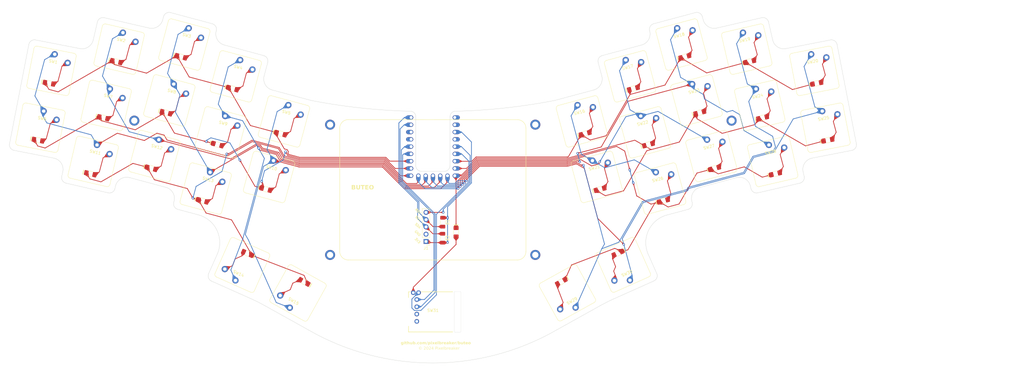
<source format=kicad_pcb>
(kicad_pcb (version 20221018) (generator pcbnew)
  (title_block (title "Buteo MX") (date "2023-08-12") (rev "0.0.1"))
  (layers (0 "F.Cu" signal) (31 "B.Cu" signal) (34 "B.Paste" user) (35 "F.Paste" user) (36 "B.SilkS" user "B.Silkscreen") (37 "F.SilkS" user "F.Silkscreen") (38 "B.Mask" user) (39 "F.Mask" user) (44 "Edge.Cuts" user))
  (net 0 "")
  (net 1 "GP6")
  (net 2 "Net-(D1-A)")
  (net 3 "Net-(D2-A)")
  (net 4 "Net-(D3-A)")
  (net 5 "Net-(D4-A)")
  (net 6 "Net-(D5-A)")
  (net 7 "GP7")
  (net 8 "Net-(D6-A)")
  (net 9 "Net-(D7-A)")
  (net 10 "Net-(D8-A)")
  (net 11 "Net-(D9-A)")
  (net 12 "Net-(D10-A)")
  (net 13 "GP8")
  (net 14 "Net-(D11-A)")
  (net 15 "Net-(D12-A)")
  (net 16 "Net-(D13-A)")
  (net 17 "Net-(D14-A)")
  (net 18 "Net-(D15-A)")
  (net 19 "GP9")
  (net 20 "Net-(D16-A)")
  (net 21 "Net-(D17-A)")
  (net 22 "Net-(D18-A)")
  (net 23 "Net-(D19-A)")
  (net 24 "Net-(D20-A)")
  (net 25 "GP11")
  (net 26 "Net-(D21-A)")
  (net 27 "Net-(D22-A)")
  (net 28 "Net-(D23-A)")
  (net 29 "Net-(D24-A)")
  (net 30 "Net-(D25-A)")
  (net 31 "GP12")
  (net 32 "Net-(D26-A)")
  (net 33 "Net-(D27-A)")
  (net 34 "Net-(D28-A)")
  (net 35 "Net-(D29-A)")
  (net 36 "Net-(D30-A)")
  (net 37 "SDA")
  (net 38 "SCL")
  (net 39 "GP2")
  (net 40 "GP3")
  (net 41 "GP4")
  (net 42 "GP5")
  (net 43 "GP13")
  (net 44 "GP14")
  (net 45 "GP15")
  (net 46 "GP10")
  (net 47 "Net-(D31-A)")
  (net 48 "GP26")
  (net 49 "GP27")
  (net 50 "GP28")
  (net 51 "3V3")
  (net 52 "5V")
  (net 53 "GND")
  (net 54 "GP29")
  (footprint "Pixelbreaker:SW_Kailh_Choc_V1_1.00u_MX" (layer "F.Cu") (at 77.047024 68.753112 -15)
    (fp_text reference "SW8")
    (fp_text value "SW_SPST")
  )
  (footprint "Pixelbreaker:SW_Kailh_Choc_V1_1.00u_MX" (layer "F.Cu") (at 255.820581 49.248171 15)
    (fp_text reference "SW18")
    (fp_text value "SW_SPST")
  )
  (footprint "Pixelbreaker:D_1206_3216Metric_Pad1.42x1.75mm_HandSolder" (layer "F.Cu") (at 49.501409 94.359906 -13)
    (fp_text reference "D11" hide)
    (fp_text value "D_Small")
  )
  (footprint "MountingHole:MountingHole_2.2mm_M2_ISO7380_Pad_TopBottom" (layer "F.Cu") (at 133.151 77.216)
    (fp_text reference "H1" hide)
    (fp_text value "MountingHole_Pad")
  )
  (footprint "Pixelbreaker:SW_Kailh_Choc_V1_1.00u_MX" (layer "F.Cu") (at 71.846991 88.159915 -15)
    (fp_text reference "SW12")
    (fp_text value "SW_SPST")
  )
  (footprint "Pixelbreaker:SW_Kailh_Choc_V1_1.00u_MX" (layer "F.Cu") (at 261.046918 68.753112 15)
    (fp_text reference "SW23")
    (fp_text value "SW_SPST")
  )
  (footprint "MountingHole:MountingHole_2.2mm_M2_ISO7380_Pad_TopBottom" (layer "F.Cu") (at 133.151 122.682)
    (fp_text reference "H6" hide)
    (fp_text value "MountingHole_Pad")
  )
  (footprint "Pixelbreaker:D_1206_3216Metric_Pad1.42x1.75mm_HandSolder" (layer "F.Cu") (at 306.904803 82.624648 11)
    (fp_text reference "D25" hide)
    (fp_text value "D_Small")
  )
  (footprint "Pixelbreaker:SW_Kailh_Choc_V1_1.00u_MX" (layer "F.Cu") (at 100.229625 60.352363 -15)
    (fp_text reference "SW4")
    (fp_text value "SW_SPST")
  )
  (footprint "Pixelbreaker:D_1206_3216Metric_Pad1.42x1.75mm_HandSolder" (layer "F.Cu") (at 110.732268 99.740973 -15)
    (fp_text reference "D10" hide)
    (fp_text value "D_Small")
  )
  (footprint "Pixelbreaker:SW_Kailh_Choc_V1_1.00u_MX" (layer "F.Cu") (at 117.05116 76.080272 -15)
    (fp_text reference "SW5")
    (fp_text value "SW_SPST")
  )
  (footprint "Pixelbreaker:SW_Kailh_Choc_V1_1.00u_MX" (layer "F.Cu") (at 278.584356 50.859539 13)
    (fp_text reference "SW19")
    (fp_text value "SW_SPST")
  )
  (footprint "Pixelbreaker:D_1206_3216Metric_Pad1.42x1.75mm_HandSolder" (layer "F.Cu") (at 31.227262 82.630537 -11)
    (fp_text reference "D6" hide)
    (fp_text value "D_Small")
  )
  (footprint "Pixelbreaker:D_1206_3216Metric_Pad1.42x1.75mm_HandSolder" (layer "F.Cu") (at 115.901445 80.358674 -15)
    (fp_text reference "D5" hide)
    (fp_text value "D_Small")
  )
  (footprint "Pixelbreaker:D_1206_3216Metric_Pad1.42x1.75mm_HandSolder" (layer "F.Cu") (at 177.122581 114.775001 -90)
    (fp_text reference "D31" hide)
    (fp_text value "D_Small")
  )
  (footprint "Pixelbreaker:D_1206_3216Metric_Pad1.42x1.75mm_HandSolder" (layer "F.Cu") (at 58.538161 55.204602 -13)
    (fp_text reference "D2" hide)
    (fp_text value "D_Small")
  )
  (footprint "Pixelbreaker:SW_Kailh_Choc_V1_1.00u_MX" (layer "F.Cu") (at 306.042882 78.285509 11)
    (fp_text reference "SW25")
    (fp_text value "SW_SPST")
  )
  (footprint "Resistor_SMD:R_1206_3216Metric_Pad1.30x1.75mm_HandSolder" (layer "F.Cu") (at 172.474382 111.252 -90)
    (fp_text reference "R1")
    (fp_text value "4K7")
  )
  (footprint "Connector_PinHeader_2.54mm:PinHeader_1x05_P2.54mm_Vertical" (layer "F.Cu") (at 166.635 117.985 180)
    (fp_text reference "J1")
    (fp_text value "Conn_01x05_Socket")
  )
  (footprint "Pixelbreaker:SW_Kailh_Choc_V1_1.00u_MX" (layer "F.Cu") (at 226.235246 95.462539 15)
    (fp_text reference "SW21")
    (fp_text value "SW_SPST")
  )
  (footprint "Pixelbreaker:SW_Kailh_Choc_V1_1.00u_MX" (layer "F.Cu") (at 237.864315 60.352363 15)
    (fp_text reference "SW17")
    (fp_text value "SW_SPST")
  )
  (footprint "Pixelbreaker:D_1206_3216Metric_Pad1.42x1.75mm_HandSolder" (layer "F.Cu") (at 222.179439 80.34526 15)
    (fp_text reference "D16" hide)
    (fp_text value "D_Small")
  )
  (footprint "Pixelbreaker:D_1206_3216Metric_Pad1.42x1.75mm_HandSolder" (layer "F.Cu") (at 262.185586 73.021617 15)
    (fp_text reference "D23" hide)
    (fp_text value "D_Small")
  )
  (footprint "Pixelbreaker:D_1206_3216Metric_Pad1.42x1.75mm_HandSolder" (layer "F.Cu") (at 70.714532 92.445015 -15)
    (fp_text reference "D12" hide)
    (fp_text value "D_Small")
  )
  (footprint "Pixelbreaker:D_1206_3216Metric_Pad1.42x1.75mm_HandSolder" (layer "F.Cu") (at 53.999796 74.807955 -13)
    (fp_text reference "D7" hide)
    (fp_text value "D_Small")
  )
  (footprint "Pixelbreaker:D_1206_3216Metric_Pad1.42x1.75mm_HandSolder" (layer "F.Cu") (at 104.316045 122.151768 156)
    (fp_text reference "D14" hide)
    (fp_text value "D_Small")
  )
  (footprint "Pixelbreaker:D_1206_3216Metric_Pad1.42x1.75mm_HandSolder" (layer "F.Cu") (at 35.060151 62.761176 -11)
    (fp_text reference "D1" hide)
    (fp_text value "D_Small")
  )
  (footprint "MountingHole:MountingHole_2.2mm_M2_ISO7380_Pad_TopBottom" (layer "F.Cu") (at 204.779 77.216)
    (fp_text reference "H2" hide)
    (fp_text value "MountingHole_Pad")
  )
  (footprint "Pixelbreaker:D_1206_3216Metric_Pad1.42x1.75mm_HandSolder" (layer "F.Cu") (at 244.253201 84.172829 15)
    (fp_text reference "D22" hide)
    (fp_text value "D_Small")
  )
  (footprint "Pixelbreaker:SW_Kailh_Choc_V1_1.00u_MX" (layer "F.Cu") (at 82.272362 49.248176 -15)
    (fp_text reference "SW3")
    (fp_text value "SW_SPST")
  )
  (footprint "MountingHole:MountingHole_2.2mm_M2_ISO7380_Pad_TopBottom" (layer "F.Cu") (at 273.285 75.82)
    (fp_text reference "H4" hide)
    (fp_text value "MountingHole_Pad")
  )
  (footprint "Pixelbreaker:SW_Kailh_Choc_V1_1.00u_MX" (layer "F.Cu") (at 283.116773 70.491593 13)
    (fp_text reference "SW24")
    (fp_text value "SW_SPST")
  )
  (footprint "Pixelbreaker:D_1206_3216Metric_Pad1.42x1.75mm_HandSolder" (layer "F.Cu") (at 75.906961 73.037624 -15)
    (fp_text reference "D8" hide)
    (fp_text value "D_Small")
  )
  (footprint "Pixelbreaker:D_1206_3216Metric_Pad1.42x1.75mm_HandSolder" (layer "F.Cu") (at 267.371118 92.451566 15)
    (fp_text reference "D27" hide)
    (fp_text value "D_Small")
  )
  (footprint "Pixelbreaker:D_1206_3216Metric_Pad1.42x1.75mm_HandSolder" (layer "F.Cu") (at 284.10517 74.809327 13)
    (fp_text reference "D24" hide)
    (fp_text value "D_Small")
  )
  (footprint "Pixelbreaker:SW_Kailh_Choc_V1_1.00u_MX" (layer "F.Cu") (at 243.101779 79.89884 15)
    (fp_text reference "SW22")
    (fp_text value "SW_SPST")
  )
  (footprint "Pixelbreaker:SW_Kailh_Choc_V1_1.00u_MX" (layer "F.Cu") (at 248.360982 99.526449 15)
    (fp_text reference "SW26")
    (fp_text value "SW_SPST")
  )
  (footprint "Pixelbreaker:SW_Kailh_Choc_V1_1.00u_MX" (layer "F.Cu") (at 111.858697 95.462533 -15)
    (fp_text reference "SW10")
    (fp_text value "SW_SPST")
  )
  (footprint "Pixelbreaker:SW_Kailh_Choc_V1_1.00u_MX" (layer "F.Cu") (at 50.463302 90.043302 -13)
    (fp_text reference "SW11")
    (fp_text value "SW_SPST")
  )
  (footprint "Pixelbreaker:D_1206_3216Metric_Pad1.42x1.75mm_HandSolder" (layer "F.Cu") (at 81.102714 53.51751 -15)
    (fp_text reference "D3" hide)
    (fp_text value "D_Small")
  )
  (footprint "Pixelbreaker:SW_Kailh_Choc_V1_1.00u_MX" (layer "F.Cu") (at 54.97717 70.491592 -13)
    (fp_text reference "SW7")
    (fp_text value "SW_SPST")
  )
  (footprint "Pixelbreaker:SW_Kailh_Choc_V1_1.00u_MX" (layer "F.Cu") (at 266.246952 88.159915 15)
    (fp_text reference "SW27")
    (fp_text value "SW_SPST")
  )
  (footprint "Pixelbreaker:D_1206_3216Metric_Pad1.42x1.75mm_HandSolder" (layer "F.Cu") (at 227.377527 99.741048 15)
    (fp_text reference "D21" hide)
    (fp_text value "D_Small")
  )
  (footprint "MountingHole:MountingHole_2.2mm_M2_ISO7380_Pad_TopBottom" (layer "F.Cu") (at 64.815 75.81)
    (fp_text reference "H5" hide)
    (fp_text value "MountingHole_Pad")
  )
  (footprint "Pixelbreaker:SW_Kailh_Choc_V1_1.00u_MX" (layer "F.Cu") (at 32.051058 78.285506 -11)
    (fp_text reference "SW6")
    (fp_text value "SW_SPST")
  )
  (footprint "Pixelbreaker:SW_Kailh_Choc_V1_1.00u_MX" (layer "F.Cu") (at 287.630642 90.043302 13)
    (fp_text reference "SW28")
    (fp_text value "SW_SPST")
  )
  (footprint "Pixelbreaker:D_1206_3216Metric_Pad1.42x1.75mm_HandSolder" (layer "F.Cu") (at 124.094405 132.077444 151)
    (fp_text reference "D15" hide)
    (fp_text value "D_Small")
  )
  (footprint "Pixelbreaker:D_1206_3216Metric_Pad1.42x1.75mm_HandSolder" (layer "F.Cu") (at 256.960029 53.519574 15)
    (fp_text reference "D18" hide)
    (fp_text value "D_Small")
  )
  (footprint "Pixelbreaker:SW_Kailh_Choc_V1_1.00u_MX" (layer "F.Cu") (at 302.184531 58.436007 11)
    (fp_text reference "SW20")
    (fp_text value "SW_SPST")
  )
  (footprint "Pixelbreaker:D_1206_3216Metric_Pad1.42x1.75mm_HandSolder" (layer "F.Cu") (at 88.599982 103.790706 -15)
    (fp_text reference "D13" hide)
    (fp_text value "D_Small")
  )
  (footprint "Pixelbreaker:SW_Kailh_Choc_V1_1.00u_MX" (layer "F.Cu") (at 35.909414 58.436002 -11)
    (fp_text reference "SW1")
    (fp_text value "SW_SPST")
  )
  (footprint "Resistor_SMD:R_1206_3216Metric_Pad1.30x1.75mm_HandSolder" (layer "F.Cu") (at 172.44898 116.84 -90)
    (fp_text reference "R2")
    (fp_text value "4K7")
  )
  (footprint "Pixelbreaker:SW_Kailh_Choc_V1_1.00u_MX" (layer "F.Cu") (at 221.040778 76.080272 15)
    (fp_text reference "SW16")
    (fp_text value "SW_SPST")
  )
  (footprint "Pixelbreaker:SW_Kailh_Choc_V1_1.00u_MX" (layer "F.Cu") (at 89.732966 99.526453 -15)
    (fp_text reference "SW13")
    (fp_text value "SW_SPST")
  )
  (footprint "Pixelbreaker:D_1206_3216Metric_Pad1.42x1.75mm_HandSolder" (layer "F.Cu") (at 303.036718 62.779578 11)
    (fp_text reference "D20" hide)
    (fp_text value "D_Small")
  )
  (footprint "Pixelbreaker:D_1206_3216Metric_Pad1.42x1.75mm_HandSolder" (layer "F.Cu") (at 239.002631 64.625727 15)
    (fp_text reference "D17" hide)
    (fp_text value "D_Small")
  )
  (footprint "Pixelbreaker:D_1206_3216Metric_Pad1.42x1.75mm_HandSolder" (layer "F.Cu") (at 213.832736 132.027239 -151)
    (fp_text reference "D29" hide)
    (fp_text value "D_Small")
  )
  (footprint "Pixelbreaker:D_1206_3216Metric_Pad1.42x1.75mm_HandSolder" (layer "F.Cu") (at 233.597645 122.084455 -156)
    (fp_text reference "D30" hide)
    (fp_text value "D_Small")
  )
  (footprint "Pixelbreaker:SW_Kailh_Choc_V1_1.00u_MX" (layer "F.Cu") (at 102.516992 126.18983 156)
    (fp_text reference "SW14")
    (fp_text value "SW_SPST")
  )
  (footprint "Pixelbreaker:D_1206_3216Metric_Pad1.42x1.75mm_HandSolder" (layer "F.Cu") (at 279.609927 55.173716 13)
    (fp_text reference "D19" hide)
    (fp_text value "D_Small")
  )
  (footprint "Pixelbreaker:D_1206_3216Metric_Pad1.42x1.75mm_HandSolder" (layer "F.Cu") (at 99.109409 64.636601 -15)
    (fp_text reference "D4" hide)
    (fp_text value "D_Small")
  )
  (footprint "Pixelbreaker:D_1206_3216Metric_Pad1.42x1.75mm_HandSolder" (layer "F.Cu") (at 249.509814 103.790784 15)
    (fp_text reference "D26" hide)
    (fp_text value "D_Small")
  )
  (footprint "Pixelbreaker:D_1206_3216Metric_Pad1.42x1.75mm_HandSolder" (layer "F.Cu") (at 288.628004 94.354724 13)
    (fp_text reference "D28" hide)
    (fp_text value "D_Small")
  )
  (footprint "Pixelbreaker:SW_Kailh_Choc_V1_1.00u_MX" (layer "F.Cu") (at 94.992166 79.898838 -15)
    (fp_text reference "SW9")
    (fp_text value "SW_SPST")
  )
  (footprint "Pixelbreaker:SW_Kailh_Choc_V1_1.00u_MX" (layer "F.Cu") (at 235.40197 126.129307 -156)
    (fp_text reference "SW30")
    (fp_text value "SW_SPST")
  )
  (footprint "MountingHole:MountingHole_2.2mm_M2_ISO7380_Pad_TopBottom" (layer "F.Cu") (at 204.779 122.682)
    (fp_text reference "H3" hide)
    (fp_text value "MountingHole_Pad")
  )
  (footprint "Pixelbreaker:SW_Kailh_Choc_V1_1.00u_MX" (layer "F.Cu") (at 121.949416 135.951141 151)
    (fp_text reference "SW15")
    (fp_text value "SW_SPST")
  )
  (footprint "Pixelbreaker:SW_Kailh_Choc_V1_1.00u_MX" (layer "F.Cu") (at 59.509584 50.859543 -13)
    (fp_text reference "SW2")
    (fp_text value "SW_SPST")
  )
  (footprint "Pixelbreaker:D_1206_3216Metric_Pad1.42x1.75mm_HandSolder" (layer "F.Cu") (at 93.863839 84.174692 -15)
    (fp_text reference "D9" hide)
    (fp_text value "D_Small")
  )
  (footprint "Pixelbreaker:SW_Kailh_Choc_V1_1.00u_MX" (layer "F.Cu") (at 215.969548 135.890628 -151)
    (fp_text reference "SW29")
    (fp_text value "SW_SPST")
  )
  (footprint "switch:EVQWGD001" (layer "F.Cu") (at 169.033 142.06)
    (fp_text reference "SW31")
    (fp_text value "RotaryEncoder_Switch")
    (fp_line (start 7.4 -6.3) (end 7.4 7.3) (stroke (width 0.05)) (layer "Edge.Cuts"))
    (fp_line (start 7.7 7.6) (end 9.5 7.6) (stroke (width 0.05)) (layer "Edge.Cuts"))
    (fp_line (start 9.5 -6.6) (end 7.7 -6.6) (stroke (width 0.05)) (layer "Edge.Cuts"))
    (fp_line (start 9.8 7.3) (end 9.8 -6.3) (stroke (width 0.05)) (layer "Edge.Cuts"))
    (fp_arc (start 7.4 -6.3) (mid 7.487868 -6.512132) (end 7.7 -6.6) (stroke (width 0.05)) (layer "Edge.Cuts"))
    (fp_arc (start 7.7 7.6) (mid 7.487868 7.512132) (end 7.4 7.3) (stroke (width 0.05)) (layer "Edge.Cuts"))
    (fp_arc (start 9.5 -6.6) (mid 9.712132 -6.512132) (end 9.8 -6.3) (stroke (width 0.05)) (layer "Edge.Cuts"))
    (fp_arc (start 9.8 7.3) (mid 9.712132 7.512132) (end 9.5 7.6) (stroke (width 0.05)) (layer "Edge.Cuts"))
  )
  (footprint "Pixelbreaker:rp2040-zero-tht" (layer "B.Cu") (at 169.047279 84.877501 180)
    (fp_text reference "RZ1" hide)
    (fp_text value "rp2040-zero" hide)
  )
  (gr_arc (start 136.51 78.451154) (mid 137.389088 76.329426) (end 139.511154 75.451154) (stroke (width 0.15)) (layer "F.SilkS"))
  (gr_line (start 198.51 124.45) (end 139.51 124.45) (stroke (width 0.15)) (layer "F.SilkS"))
  (gr_arc (start 198.511154 75.473847) (mid 200.631728 76.352934) (end 201.51 78.473846) (stroke (width 0.15)) (layer "F.SilkS"))
  (gr_arc (start 139.51 124.45) (mid 137.38868 123.57132) (end 136.51 121.45) (stroke (width 0.15)) (layer "F.SilkS"))
  (gr_line (start 139.511154 75.451154) (end 198.511154 75.473847) (stroke (width 0.15)) (layer "F.SilkS"))
  (gr_line (start 201.51 78.473846) (end 201.51 121.45) (stroke (width 0.15)) (layer "F.SilkS"))
  (gr_arc (start 201.51 121.45) (mid 200.63132 123.57132) (end 198.51 124.45) (stroke (width 0.15)) (layer "F.SilkS"))
  (gr_line (start 136.51 121.45) (end 136.51 78.451154) (stroke (width 0.15)) (layer "F.SilkS"))
  (gr_line (start 93.329207 46.264527) (end 93.418246 46.646933) (stroke (width 0.1)) (layer "Edge.Cuts"))
  (gr_line (start 298.360083 91.538864) (end 298.251111 91.925251) (stroke (width 0.1)) (layer "Edge.Cuts"))
  (gr_line (start 94.98751 48.838905) (end 95.320816 49.046438) (stroke (width 0.1)) (layer "Edge.Cuts"))
  (gr_line (start 258.234129 106.740059) (end 258.096918 106.779518) (stroke (width 0.1)) (layer "Edge.Cuts"))
  (gr_line (start 75.059287 39.376895) (end 75.171765 39.114258) (stroke (width 0.1)) (layer "Edge.Cuts"))
  (gr_line (start 58.250117 98.660165) (end 58.051443 99.51899) (stroke (width 0.1)) (layer "Edge.Cuts"))
  (gr_line (start 280.700556 100.594715) (end 280.495989 100.395095) (stroke (width 0.1)) (layer "Edge.Cuts"))
  (gr_line (start 316.827782 83.85024) (end 316.85255 83.990953) (stroke (width 0.1)) (layer "Edge.Cuts"))
  (gr_line (start 74.718753 40.637478) (end 75.019848 39.514221) (stroke (width 0.1)) (layer "Edge.Cuts"))
  (gr_line (start 161.965485 72.692372) (end 162.217677 72.844011) (stroke (width 0.1)) (layer "Edge.Cuts"))
  (gr_line (start 162.931284 73.760102) (end 163.016598 74.041734) (stroke (width 0.1)) (layer "Edge.Cuts"))
  (gr_line (start 300.808267 89.04731) (end 300.437382 89.200977) (stroke (width 0.1)) (layer "Edge.Cuts"))
  (gr_line (start 93.436421 43.455387) (end 93.483766 43.73721) (stroke (width 0.1)) (layer "Edge.Cuts"))
  (gr_line (start 62.984669 95.647712) (end 62.588649 95.583542) (stroke (width 0.1)) (layer "Edge.Cuts"))
  (gr_line (start 261.332955 38.039269) (end 261.614621 38.086622) (stroke (width 0.1)) (layer "Edge.Cuts"))
  (gr_line (start 227.486684 53.399962) (end 227.730586 53.251229) (stroke (width 0.1)) (layer "Edge.Cuts"))
  (gr_line (start 29.629563 47.638548) (end 29.91406 47.61182) (stroke (width 0.1)) (layer "Edge.Cuts"))
  (gr_line (start 93.544326 47.018775) (end 93.706234 47.376473) (stroke (width 0.1)) (layer "Edge.Cuts"))
  (gr_line (start 111.711007 64.547983) (end 112.044373 64.755367) (stroke (width 0.1)) (layer "Edge.Cuts"))
  (gr_line (start 21.246479 83.986907) (end 21.271156 83.846249) (stroke (width 0.1)) (layer "Edge.Cuts"))
  (gr_line (start 245.442737 42.295772) (end 245.686628 42.147208) (stroke (width 0.1)) (layer "Edge.Cuts"))
  (gr_line (start 263.980102 41.918811) (end 264.234861 42.239317) (stroke (width 0.1)) (layer "Edge.Cuts"))
  (gr_line (start 225.697085 64.928605) (end 226.049314 64.75487) (stroke (width 0.1)) (layer "Edge.Cuts"))
  (gr_line (start 288.176527 48.943904) (end 288.419966 49.273349) (stroke (width 0.1)) (layer "Edge.Cuts"))
  (gr_line (start 22.851455 86.190642) (end 22.711803 86.160794) (stroke (width 0.1)) (layer "Edge.Cuts"))
  (gr_line (start 263.759416 41.573959) (end 263.980102 41.918811) (stroke (width 0.1)) (layer "Edge.Cuts"))
  (gr_line (start 93.028802 112.948823) (end 92.664859 112.422586) (stroke (width 0.1)) (layer "Edge.Cuts"))
  (gr_line (start 241.863874 49.415976) (end 242.0528 49.362819) (stroke (width 0.1)) (layer "Edge.Cuts"))
  (gr_line (start 94.626791 118.399614) (end 94.608068 117.76006) (stroke (width 0.1)) (layer "Edge.Cuts"))
  (gr_line (start 227.509206 140.346558) (end 212.258612 148.837988) (stroke (width 0.1)) (layer "Edge.Cuts"))
  (gr_line (start 163.06227 91.49608) (end 163.064823 91.638938) (stroke (width 0.1)) (layer "Edge.Cuts"))
  (gr_line (start 263.57511 41.208368) (end 263.759416 41.573959) (stroke (width 0.1)) (layer "Edge.Cuts"))
  (gr_line (start 247.320096 129.824786) (end 247.317194 130.110047) (stroke (width 0.1)) (layer "Edge.Cuts"))
  (gr_line (start 81.563229 107.198321) (end 79.999411 106.778909) (stroke (width 0.1)) (layer "Edge.Cuts"))
  (gr_line (start 244.044399 114.684543) (end 243.825244 115.285628) (stroke (width 0.1)) (layer "Edge.Cuts"))
  (gr_line (start 244.387234 47.382559) (end 244.549366 47.025117) (stroke (width 0.1)) (layer "Edge.Cuts"))
  (gr_line (start 290.060879 50.462923) (end 290.449696 50.59183) (stroke (width 0.1)) (layer "Edge.Cuts"))
  (gr_line (start 58.051443 99.51899) (end 58.016762 99.657555) (stroke (width 0.1)) (layer "Edge.Cuts"))
  (gr_line (start 243.644966 115.899494) (end 243.504301 116.52363) (stroke (width 0.1)) (layer "Edge.Cuts"))
  (gr_line (start 243.70332 48.33642) (end 243.962167 48.041378) (stroke (width 0.1)) (layer "Edge.Cuts"))
  (gr_line (start 58.426824 98.085442) (end 58.297727 98.465289) (stroke (width 0.1)) (layer "Edge.Cuts"))
  (gr_line (start 300.437382 89.200977) (end 300.083755 89.391025) (stroke (width 0.1)) (layer "Edge.Cuts"))
  (gr_line (start 105.488136 137.942971) (end 91.770766 131.824992) (stroke (width 0.1)) (layer "Edge.Cuts"))
  (gr_line (start 29.351766 47.705493) (end 29.629563 47.638548) (stroke (width 0.1)) (layer "Edge.Cuts"))
  (gr_line (start 226.69439 64.308344) (end 226.981026 64.039852) (stroke (width 0.1)) (layer "Edge.Cuts"))
  (gr_line (start 74.332916 41.583347) (end 74.517259 41.217474) (stroke (width 0.1)) (layer "Edge.Cuts"))
  (gr_line (start 75.171765 39.114258) (end 75.320475 38.870302) (stroke (width 0.1)) (layer "Edge.Cuts"))
  (gr_line (start 228.106731 61.191136) (end 228.081058 60.799232) (stroke (width 0.1)) (layer "Edge.Cuts"))
  (gr_line (start 76.404389 99.286837) (end 76.036983 99.14855) (stroke (width 0.1)) (layer "Edge.Cuts"))
  (gr_line (start 309.97251 48.826409) (end 310.066396 49.096209) (stroke (width 0.1)) (layer "Edge.Cuts"))
  (gr_line (start 79.599863 106.628183) (end 79.356086 106.480201) (stroke (width 0.1)) (layer "Edge.Cuts"))
  (gr_line (start 226.789405 54.286872) (end 226.914204 54.0299) (stroke (width 0.1)) (layer "Edge.Cuts"))
  (gr_line (start 243.504301 116.52363) (end 243.403824 117.155481) (stroke (width 0.1)) (layer "Edge.Cuts"))
  (gr_line (start 161.551773 72.540786) (end 161.693796 72.579324) (stroke (width 0.1)) (layer "Edge.Cuts"))
  (gr_line (start 94.307937 115.866836) (end 94.127937 115.252849) (stroke (width 0.1)) (layer "Edge.Cuts"))
  (gr_line (start 261.005612 99.662798) (end 260.694134 99.901734) (stroke (width 0.1)) (layer "Edge.Cuts"))
  (gr_line (start 227.968576 60.221432) (end 226.716706 55.548585) (stroke (width 0.1)) (layer "Edge.Cuts"))
  (gr_line (start 173.959985 93.253659) (end 174.200346 93.099185) (stroke (width 0.1)) (layer "Edge.Cuts"))
  (gr_line (start 21.326002 84.834075) (end 21.259146 84.556446) (stroke (width 0.1)) (layer "Edge.Cuts"))
  (gr_line (start 286.139202 41.246473) (end 286.173706 41.385106) (stroke (width 0.1)) (layer "Edge.Cuts"))
  (gr_line (start 175.000275 74.48297) (end 175.002907 74.335633) (stroke (width 0.1)) (layer "Edge.Cuts"))
  (gr_line (start 75.019848 39.514221) (end 75.059287 39.376895) (stroke (width 0.1)) (layer "Edge.Cuts"))
  (gr_line (start 39.882237 93.523753) (end 39.932904 93.125627) (stroke (width 0.1)) (layer "Edge.Cuts"))
  (gr_line (start 50.302437 48.218294) (end 50.434817 47.830537) (stroke (width 0.1)) (layer "Edge.Cuts"))
  (gr_line (start 297.511218 97.493556) (end 297.244788 97.59678) (stroke (width 0.1)) (layer "Edge.Cuts"))
  (gr_line (start 277.095973 95.724064) (end 276.705819 95.628528) (stroke (width 0.1)) (layer "Edge.Cuts"))
  (gr_line (start 90.758416 129.184753) (end 91.380086 127.788882) (stroke (width 0.1)) (layer "Edge.Cuts"))
  (gr_line (start 258.960412 106.297119) (end 258.740281 106.478921) (stroke (width 0.1)) (layer "Edge.Cuts"))
  (gr_line (start 229.842705 139.110105) (end 228.27993 139.92112) (stroke (width 0.1)) (layer "Edge.Cuts"))
  (gr_arc (start 212.258612 148.837988) (mid 168.968377 160.397375) (end 125.661813 148.899312) (stroke (width 0.1)) (layer "Edge.Cuts"))
  (gr_line (start 164.102572 93.253631) (end 164.362469 93.372321) (stroke (width 0.1)) (layer "Edge.Cuts"))
  (gr_line (start 281.733041 101.050889) (end 281.453014 100.993612) (stroke (width 0.1)) (layer "Edge.Cuts"))
  (gr_line (start 93.224594 42.926112) (end 93.349439 43.183172) (stroke (width 0.1)) (layer "Edge.Cuts"))
  (gr_line (start 78.725337 103.801079) (end 78.789004 103.413707) (stroke (width 0.1)) (layer "Edge.Cuts"))
  (gr_line (start 76.207416 38.172849) (end 76.479561 38.085863) (stroke (width 0.1)) (layer "Edge.Cuts"))
  (gr_line (start 173.143136 93.493529) (end 173.425945 93.452858) (stroke (width 0.1)) (layer "Edge.Cuts"))
  (gr_line (start 93.358356 113.497252) (end 93.028802 112.948823) (stroke (width 0.1)) (layer "Edge.Cuts"))
  (gr_line (start 111.443581 55.128557) (end 111.409776 55.412066) (stroke (width 0.1)) (layer "Edge.Cuts"))
  (gr_line (start 78.584759 104.33667) (end 78.677005 103.991335) (stroke (width 0.1)) (layer "Edge.Cuts"))
  (gr_line (start 226.70244 54.558987) (end 226.789405 54.286872) (stroke (width 0.1)) (layer "Edge.Cuts"))
  (gr_line (start 316.773044 84.838539) (end 316.667303 85.103959) (stroke (width 0.1)) (layer "Edge.Cuts"))
  (gr_line (start 164.636611 93.452817) (end 164.919419 93.493481) (stroke (width 0.1)) (layer "Edge.Cuts"))
  (gr_line (start 265.175303 43.022702) (end 265.536571 43.215345) (stroke (width 0.1)) (layer "Edge.Cuts"))
  (gr_line (start 275.50575 95.58128) (end 275.109292 95.645847) (stroke (width 0.1)) (layer "Edge.Cuts"))
  (gr_line (start 278.503873 96.477069) (end 278.182101 96.236631) (stroke (width 0.1)) (layer "Edge.Cuts"))
  (gr_line (start 298.634987 95.372613) (end 298.658934 95.657335) (stroke (width 0.1)) (layer "Edge.Cuts"))
  (gr_line (start 70.970832 43.602792) (end 71.379208 43.570005) (stroke (width 0.1)) (layer "Edge.Cuts"))
  (gr_line (start 226.648287 55.126301) (end 226.65508 54.840708) (stroke (width 0.1)) (layer "Edge.Cuts"))
  (gr_line (start 244.925378 112.982244) (end 244.595593 113.53049) (stroke (width 0.1)) (layer "Edge.Cuts"))
  (gr_line (start 77.33063 38.06563) (end 77.469264 38.10019) (stroke (width 0.1)) (layer "Edge.Cuts"))
  (gr_line (start 96.040232 49.358857) (end 96.229196 49.41214) (stroke (width 0.1)) (layer "Edge.Cuts"))
  (gr_line (start 90.7026 129.316231) (end 90.758416 129.184753) (stroke (width 0.1)) (layer "Edge.Cuts"))
  (gr_line (start 243.962167 48.041378) (end 244.190872 47.722402) (stroke (width 0.1)) (layer "Edge.Cuts"))
  (gr_line (start 38.012827 89.394858) (end 37.659396 89.204705) (stroke (width 0.1)) (layer "Edge.Cuts"))
  (gr_line (start 246.572703 111.032322) (end 246.114889 111.479243) (stroke (width 0.1)) (layer "Edge.Cuts"))
  (gr_line (start 107.880418 139.070173) (end 106.291956 138.304993) (stroke (width 0.1)) (layer "Edge.Cuts"))
  (gr_line (start 277.474588 95.858223) (end 277.095973 95.724064) (stroke (width 0.1)) (layer "Edge.Cuts"))
  (gr_line (start 245.949173 42.03485) (end 246.086445 41.995462) (stroke (width 0.1)) (layer "Edge.Cuts"))
  (gr_line (start 245.686628 42.147208) (end 245.949173 42.03485) (stroke (width 0.1)) (layer "Edge.Cuts"))
  (gr_line (start 175.131716 73.762168) (end 175.257717 73.495791) (stroke (width 0.1)) (layer "Edge.Cuts"))
  (gr_line (start 250.741466 108.749801) (end 250.43311 108.834985) (stroke (width 0.1)) (layer "Edge.Cuts"))
  (gr_line (start 298.18629 96.974801) (end 297.986809 97.179368) (stroke (width 0.1)) (layer "Edge.Cuts"))
  (gr_line (start 91.399717 131.612229) (end 91.182183 131.42713) (stroke (width 0.1)) (layer "Edge.Cuts"))
  (gr_line (start 244.603553 44.021043) (end 244.610546 43.735551) (stroke (width 0.1)) (layer "Edge.Cuts"))
  (gr_line (start 227.468724 63.425312) (end 227.665089 63.08518) (stroke (width 0.1)) (layer "Edge.Cuts"))
  (gr_line (start 261.614621 38.086622) (end 261.886687 38.173563) (stroke (width 0.1)) (layer "Edge.Cuts"))
  (gr_line (start 48.411659 50.294751) (end 48.766223 50.08941) (stroke (width 0.1)) (layer "Edge.Cuts"))
  (gr_line (start 71.379208 43.570005) (end 71.782093 43.495646) (stroke (width 0.1)) (layer "Edge.Cuts"))
  (gr_line (start 163.304696 92.455778) (end 163.459171 92.696135) (stroke (width 0.1)) (layer "Edge.Cuts"))
  (gr_line (start 259.723494 101.124049) (end 259.561335 101.481559) (stroke (width 0.1)) (layer "Edge.Cuts"))
  (gr_line (start 78.749867 102.24043) (end 78.660527 101.858162) (stroke (width 0.1)) (layer "Edge.Cuts"))
  (gr_line (start 22.442156 86.066782) (end 22.188622 85.935372) (stroke (width 0.1)) (layer "Edge.Cuts"))
  (gr_line (start 243.409534 119.708096) (end 243.512835 120.339492) (stroke (width 0.1)) (layer "Edge.Cuts"))
  (gr_line (start 244.061154 122.176144) (end 244.188664 122.46954) (stroke (width 0.1)) (layer "Edge.Cuts"))
  (gr_line (start 256.38374 107.23934) (end 250.741466 108.749801) (stroke (width 0.1)) (layer "Edge.Cuts"))
  (gr_line (start 47.649045 50.591703) (end 48.037961 50.462769) (stroke (width 0.1)) (layer "Edge.Cuts"))
  (gr_line (start 261.338999 99.455525) (end 261.005612 99.662798) (stroke (width 0.1)) (layer "Edge.Cuts"))
  (gr_line (start 260.625206 38.100833) (end 260.763813 38.066349) (stroke (width 0.1)) (layer "Edge.Cuts"))
  (gr_line (start 264.234861 42.239317) (end 264.521026 42.532122) (stroke (width 0.1)) (layer "Edge.Cuts"))
  (gr_line (start 163.105495 91.921744) (end 163.185999 92.195885) (stroke (width 0.1)) (layer "Edge.Cuts"))
  (gr_line (start 39.740575 96.743909) (end 39.606826 96.491405) (stroke (width 0.1)) (layer "Edge.Cuts"))
  (gr_line (start 93.490511 44.022904) (end 93.456519 44.306648) (stroke (width 0.1)) (layer "Edge.Cuts"))
  (gr_line (start 280.044409 99.513893) (end 279.8482 98.66168) (stroke (width 0.1)) (layer "Edge.Cuts"))
  (gr_line (start 226.049314 64.75487) (end 226.382819 64.547451) (stroke (width 0.1)) (layer "Edge.Cuts"))
  (gr_line (start 226.914204 54.0299) (end 227.074297 53.793299) (stroke (width 0.1)) (layer "Edge.Cuts"))
  (gr_line (start 267.528514 43.583793) (end 267.934787 43.533122) (stroke (width 0.1)) (layer "Edge.Cuts"))
  (gr_line (start 268.134849 43.489668) (end 283.775891 39.885943) (stroke (width 0.1)) (layer "Edge.Cuts"))
  (gr_line (start 285.517497 40.30501) (end 285.721999 40.504492) (stroke (width 0.1)) (layer "Edge.Cuts"))
  (gr_line (start 110.000359 61.585268) (end 110.051683 61.974506) (stroke (width 0.1)) (layer "Edge.Cuts"))
  (gr_line (start 259.294185 102.62468) (end 259.2811 103.017028) (stroke (width 0.1)) (layer "Edge.Cuts"))
  (gr_line (start 247.56925 110.230732) (end 247.058152 110.615583) (stroke (width 0.1)) (layer "Edge.Cuts"))
  (gr_line (start 52.810739 40.137177) (end 53.063321 40.00338) (stroke (width 0.1)) (layer "Edge.Cuts"))
  (gr_line (start 284.200304 39.83229) (end 284.485489 39.849126) (stroke (width 0.1)) (layer "Edge.Cuts"))
  (gr_line (start 243.512835 120.339492) (end 243.656291 120.962992) (stroke (width 0.1)) (layer "Edge.Cuts"))
  (gr_line (start 176.372125 72.58126) (end 176.514402 72.542885) (stroke (width 0.1)) (layer "Edge.Cuts"))
  (gr_line (start 164.919419 93.493481) (end 165.062277 93.49608) (stroke (width 0.1)) (layer "Edge.Cuts"))
  (gr_line (start 38.935065 90.162594) (end 38.653885 89.876222) (stroke (width 0.1)) (layer "Edge.Cuts"))
  (gr_line (start 37.288699 89.050903) (end 36.904463 88.934999) (stroke (width 0.1)) (layer "Edge.Cuts"))
  (gr_line (start 244.69233 44.520747) (end 244.671633 44.443234) (stroke (width 0.1)) (layer "Edge.Cuts"))
  (gr_line (start 93.278066 45.875237) (end 93.329207 46.264527) (stroke (width 0.1)) (layer "Edge.Cuts"))
  (gr_line (start 258.740281 106.478921) (end 258.496536 106.627575) (stroke (width 0.1)) (layer "Edge.Cuts"))
  (gr_line (start 316.524865 85.351628) (end 316.348631 85.576507) (stroke (width 0.1)) (layer "Edge.Cuts"))
  (gr_line (start 299.160932 90.158627) (end 298.909663 90.47173) (stroke (width 0.1)) (layer "Edge.Cuts"))
  (gr_line (start 40.108375 97.179397) (end 39.9089 96.974807) (stroke (width 0.1)) (layer "Edge.Cuts"))
  (gr_line (start 75.713806 38.457814) (end 75.950421 38.29768) (stroke (width 0.1)) (layer "Edge.Cuts"))
  (gr_line (start 245.289538 112.456202) (end 244.925378 112.982244) (stroke (width 0.1)) (layer "Edge.Cuts"))
  (gr_line (start 94.127937 115.252849) (end 93.90905 114.651627) (stroke (width 0.1)) (layer "Edge.Cuts"))
  (gr_line (start 49.097936 49.848898) (end 49.403324 49.575734) (stroke (width 0.1)) (layer "Edge.Cuts"))
  (gr_line (start 289.687272 50.294953) (end 290.060879 50.462923) (stroke (width 0.1)) (layer "Edge.Cuts"))
  (gr_line (start 292.074147 50.696238) (end 292.275699 50.659735) (stroke (width 0.1)) (layer "Edge.Cuts"))
  (gr_line (start 36.904463 88.934999) (end 36.707977 88.894167) (stroke (width 0.1)) (layer "Edge.Cuts"))
  (gr_line (start 275.906683 95.556775) (end 275.50575 95.58128) (stroke (width 0.1)) (layer "Edge.Cuts"))
  (gr_line (start 307.751688 47.654405) (end 307.892389 47.62968) (stroke (width 0.1)) (layer "Edge.Cuts"))
  (gr_line (start 91.641373 131.764498) (end 91.399717 131.612229) (stroke (width 0.1)) (layer "Edge.Cuts"))
  (gr_line (start 46.841973 50.72734) (end 47.248985 50.680202) (stroke (width 0.1)) (layer "Edge.Cuts"))
  (gr_line (start 53.897769 39.83297) (end 54.182587 39.857019) (stroke (width 0.1)) (layer "Edge.Cuts"))
  (gr_line (start 76.479561 38.085863) (end 76.761316 38.038493) (stroke (width 0.1)) (layer "Edge.Cuts"))
  (gr_line (start 39.943446 92.724428) (end 39.913756 92.324191) (stroke (width 0.1)) (layer "Edge.Cuts"))
  (gr_line (start 78.814416 103.021962) (end 78.801328 102.629611) (stroke (width 0.1)) (layer "Edge.Cuts"))
  (gr_line (start 286.036049 40.980064) (end 286.139202 41.246473) (stroke (width 0.1)) (layer "Edge.Cuts"))
  (gr_line (start 227.99317 53.138715) (end 228.130483 53.099298) (stroke (width 0.1)) (layer "Edge.Cuts"))
  (gr_line (start 245.03028 42.688756) (end 245.222461 42.47752) (stroke (width 0.1)) (layer "Edge.Cuts"))
  (gr_line (start 228.27993 139.92112) (end 227.509206 140.346558) (stroke (width 0.1)) (layer "Edge.Cuts"))
  (gr_line (start 262.92227 39.114436) (end 263.034827 39.376943) (stroke (width 0.1)) (layer "Edge.Cuts"))
  (gr_line (start 276.308053 95.572577) (end 275.906683 95.556775) (stroke (width 0.1)) (layer "Edge.Cuts"))
  (gr_line (start 21.271156 83.846249) (end 27.99536 49.232598) (stroke (width 0.1)) (layer "Edge.Cuts"))
  (gr_line (start 163.459171 92.696135) (end 163.646279 92.912061) (stroke (width 0.1)) (layer "Edge.Cuts"))
  (gr_line (start 262.38019 38.458361) (end 262.591589 38.650427) (stroke (width 0.1)) (layer "Edge.Cuts"))
  (gr_line (start 39.735276 91.542647) (end 39.58828 91.169198) (stroke (width 0.1)) (layer "Edge.Cuts"))
  (gr_line (start 52.200995 40.731782) (end 52.375139 40.505125) (stroke (width 0.1)) (layer "Edge.Cuts"))
  (gr_line (start 246.114889 111.479243) (end 245.686583 111.954518) (stroke (width 0.1)) (layer "Edge.Cuts"))
  (gr_line (start 267.11919 43.592698) (end 267.528514 43.583793) (stroke (width 0.1)) (layer "Edge.Cuts"))
  (gr_line (start 309.477648 48.133847) (end 309.67511 48.340282) (stroke (width 0.1)) (layer "Edge.Cuts"))
  (gr_line (start 226.716706 55.548585) (end 226.682201 55.409955) (stroke (width 0.1)) (layer "Edge.Cuts"))
  (gr_line (start 59.298477 96.750073) (end 59.031325 97.049371) (stroke (width 0.1)) (layer "Edge.Cuts"))
  (gr_line (start 96.229196 49.41214) (end 109.962304 53.102269) (stroke (width 0.1)) (layer "Edge.Cuts"))
  (gr_line (start 40.98908 97.631336) (end 40.850416 97.596841) (stroke (width 0.1)) (layer "Edge.Cuts"))
  (gr_line (start 57.773257 100.172716) (end 57.59911 100.399121) (stroke (width 0.1)) (layer "Edge.Cuts"))
  (gr_line (start 163.185999 92.195885) (end 163.304696 92.455778) (stroke (width 0.1)) (layer "Edge.Cuts"))
  (gr_line (start 247.069789 130.923282) (end 246.913336 131.161829) (stroke (width 0.1)) (layer "Edge.Cuts"))
  (gr_line (start 40.850416 97.596841) (end 40.583974 97.493613) (stroke (width 0.1)) (layer "Edge.Cuts"))
  (gr_line (start 284.765376 39.906377) (end 285.034266 40.002877) (stroke (width 0.1)) (layer "Edge.Cuts"))
  (gr_line (start 39.58828 91.169198) (end 39.404624 90.812349) (stroke (width 0.1)) (layer "Edge.Cuts"))
  (gr_line (start 53.612429 39.849711) (end 53.897769 39.83297) (stroke (width 0.1)) (layer "Edge.Cuts"))
  (gr_line (start 92.268017 111.920694) (end 91.839898 111.4452) (stroke (width 0.1)) (layer "Edge.Cuts"))
  (gr_line (start 287.968032 48.591305) (end 288.176527 48.943904) (stroke (width 0.1)) (layer "Edge.Cuts"))
  (gr_line (start 308.177715 47.615687) (end 308.462129 47.642433) (stroke (width 0.1)) (layer "Edge.Cuts"))
  (gr_line (start 88.720502 109.247034) (end 88.128704 109.003817) (stroke (width 0.1)) (layer "Edge.Cuts"))
  (gr_line (start 247.273788 130.392) (end 247.190758 130.664925) (stroke (width 0.1)) (layer "Edge.Cuts"))
  (gr_line (start 301.192682 88.931572) (end 300.808267 89.04731) (stroke (width 0.1)) (layer "Edge.Cuts"))
  (gr_line (start 298.354631 96.743929) (end 298.18629 96.974801) (stroke (width 0.1)) (layer "Edge.Cuts"))
  (gr_line (start 61.000433 95.726934) (end 60.622311 95.860998) (stroke (width 0.1)) (layer "Edge.Cuts"))
  (gr_line (start 78.783514 105.852366) (end 78.658555 105.596025) (stroke (width 0.1)) (layer "Edge.Cuts"))
  (gr_line (start 56.911225 100.900287) (end 56.64234 100.996658) (stroke (width 0.1)) (layer "Edge.Cuts"))
  (gr_arc (start 211.561694 68.759953) (mid 194.118537 71.397113) (end 176.514402 72.542885) (stroke (width 0.1)) (layer "Edge.Cuts"))
  (gr_line (start 93.403616 44.513396) (end 93.355103 44.70364) (stroke (width 0.1)) (layer "Edge.Cuts"))
  (gr_line (start 243.343948 117.792464) (end 243.324917 118.431972) (stroke (width 0.1)) (layer "Edge.Cuts"))
  (gr_line (start 247.149443 129.136041) (end 247.204972 129.26745) (stroke (width 0.1)) (layer "Edge.Cuts"))
  (gr_line (start 94.29415 120.930619) (end 94.437924 120.307153) (stroke (width 0.1)) (layer "Edge.Cuts"))
  (gr_line (start 246.136819 131.773263) (end 232.231112 137.983362) (stroke (width 0.1)) (layer "Edge.Cuts"))
  (gr_line (start 227.074297 53.793299) (end 227.266427 53.581886) (stroke (width 0.1)) (layer "Edge.Cuts"))
  (gr_line (start 262.591589 38.650427) (end 262.773516 38.870611) (stroke (width 0.1)) (layer "Edge.Cuts"))
  (gr_line (start 92.407804 42.14732) (end 92.65183 42.296039) (stroke (width 0.1)) (layer "Edge.Cuts"))
  (gr_line (start 174.416277 92.912079) (end 174.603384 92.696148) (stroke (width 0.1)) (layer "Edge.Cuts"))
  (gr_line (start 309.252823 47.957608) (end 309.477648 48.133847) (stroke (width 0.1)) (layer "Edge.Cuts"))
  (gr_line (start 246.086445 41.995462) (end 260.625206 38.100833) (stroke (width 0.1)) (layer "Edge.Cuts"))
  (gr_line (start 89.295539 109.52759) (end 88.720502 109.247034) (stroke (width 0.1)) (layer "Edge.Cuts"))
  (gr_line (start 244.870104 42.925183) (end 245.03028 42.688756) (stroke (width 0.1)) (layer "Edge.Cuts"))
  (gr_line (start 36.707977 88.894167) (end 22.851455 86.190642) (stroke (width 0.1)) (layer "Edge.Cuts"))
  (gr_line (start 279.303242 97.373398) (end 279.067281 97.048328) (stroke (width 0.1)) (layer "Edge.Cuts"))
  (gr_line (start 243.416819 48.60469) (end 243.70332 48.33642) (stroke (width 0.1)) (layer "Edge.Cuts"))
  (gr_line (start 227.827173 62.727441) (end 227.953415 62.355539) (stroke (width 0.1)) (layer "Edge.Cuts"))
  (gr_line (start 175.847127 72.845515) (end 176.09988 72.694025) (stroke (width 0.1)) (layer "Edge.Cuts"))
  (gr_line (start 47.248985 50.680202) (end 47.649045 50.591703) (stroke (width 0.1)) (layer "Edge.Cuts"))
  (gr_line (start 265.536571 43.215345) (end 265.915627 43.370076) (stroke (width 0.1)) (layer "Edge.Cuts"))
  (gr_line (start 39.839496 93.719832) (end 39.882237 93.523753) (stroke (width 0.1)) (layer "Edge.Cuts"))
  (gr_line (start 247.190758 130.664925) (end 247.069789 130.923282) (stroke (width 0.1)) (layer "Edge.Cuts"))
  (gr_line (start 274.914668 95.695488) (end 262.247459 99.090485) (stroke (width 0.1)) (layer "Edge.Cuts"))
  (gr_line (start 259.418467 103.986408) (end 259.510713 104.331743) (stroke (width 0.1)) (layer "Edge.Cuts"))
  (gr_line (start 39.46044 95.372499) (end 39.490253 95.232754) (stroke (width 0.1)) (layer "Edge.Cuts"))
  (gr_line (start 51.95768 41.247467) (end 52.06089 40.98092) (stroke (width 0.1)) (layer "Edge.Cuts"))
  (gr_line (start 49.679186 49.272782) (end 49.922632 48.943215) (stroke (width 0.1)) (layer "Edge.Cuts"))
  (gr_line (start 165.062277 93.49608) (end 173.000277 93.496082) (stroke (width 0.1)) (layer "Edge.Cuts"))
  (gr_line (start 78.372006 101.128974) (end 78.1756 100.78907) (stroke (width 0.1)) (layer "Edge.Cuts"))
  (gr_line (start 91.182183 131.42713) (end 90.993195 131.212966) (stroke (width 0.1)) (layer "Edge.Cuts"))
  (gr_line (start 74.663237 40.834673) (end 74.718753 40.637478) (stroke (width 0.1)) (layer "Edge.Cuts"))
  (gr_line (start 21.259146 84.556446) (end 21.232458 84.272129) (stroke (width 0.1)) (layer "Edge.Cuts"))
  (gr_line (start 173.000277 93.496082) (end 173.143136 93.493529) (stroke (width 0.1)) (layer "Edge.Cuts"))
  (gr_line (start 62.588649 95.583542) (end 62.188194 95.559338) (stroke (width 0.1)) (layer "Edge.Cuts"))
  (gr_line (start 91.839898 111.4452) (end 91.382255 110.99805) (stroke (width 0.1)) (layer "Edge.Cuts"))
  (gr_line (start 93.888651 122.143638) (end 94.110809 121.543616) (stroke (width 0.1)) (layer "Edge.Cuts"))
  (gr_line (start 275.109292 95.645847) (end 274.914668 95.695488) (stroke (width 0.1)) (layer "Edge.Cuts"))
  (gr_line (start 110.125223 60.223461) (end 110.07681 60.413716) (stroke (width 0.1)) (layer "Edge.Cuts"))
  (gr_line (start 61.390077 95.631396) (end 61.000433 95.726934) (stroke (width 0.1)) (layer "Edge.Cuts"))
  (gr_line (start 71.782093 43.495646) (end 72.175268 43.380495) (stroke (width 0.1)) (layer "Edge.Cuts"))
  (gr_line (start 285.896031 40.731047) (end 286.036049 40.980064) (stroke (width 0.1)) (layer "Edge.Cuts"))
  (gr_line (start 162.444928 73.030967) (end 162.642331 73.249204) (stroke (width 0.1)) (layer "Edge.Cuts"))
  (gr_line (start 244.74519 43.181992) (end 244.870104 42.925183) (stroke (width 0.1)) (layer "Edge.Cuts"))
  (gr_line (start 22.188622 85.935372) (end 21.956356 85.769238) (stroke (width 0.1)) (layer "Edge.Cuts"))
  (gr_line (start 163.062275 74.479963) (end 163.06227 91.49608) (stroke (width 0.1)) (layer "Edge.Cuts"))
  (gr_line (start 316.348631 85.576507) (end 316.142188 85.774017) (stroke (width 0.1)) (layer "Edge.Cuts"))
  (gr_line (start 60.259507 96.032239) (end 59.915669 96.23894) (stroke (width 0.1)) (layer "Edge.Cuts"))
  (gr_line (start 284.485489 39.849126) (end 284.765376 39.906377) (stroke (width 0.1)) (layer "Edge.Cuts"))
  (gr_line (start 39.490253 95.232754) (end 39.839496 93.719832) (stroke (width 0.1)) (layer "Edge.Cuts"))
  (gr_line (start 30.34018 47.650724) (end 45.822586 50.659455) (stroke (width 0.1)) (layer "Edge.Cuts"))
  (gr_line (start 162.642331 73.249204) (end 162.805624 73.49401) (stroke (width 0.1)) (layer "Edge.Cuts"))
  (gr_line (start 310.066396 49.096209) (end 310.096165 49.23593) (stroke (width 0.1)) (layer "Edge.Cuts"))
  (gr_line (start 111.177686 54.032768) (end 111.302413 54.289602) (stroke (width 0.1)) (layer "Edge.Cuts"))
  (gr_line (start 227.266427 53.581886) (end 227.486684 53.399962) (stroke (width 0.1)) (layer "Edge.Cuts"))
  (gr_line (start 58.795475 97.373909) (end 58.593298 97.720426) (stroke (width 0.1)) (layer "Edge.Cuts"))
  (gr_line (start 287.796665 48.219244) (end 287.968032 48.591305) (stroke (width 0.1)) (layer "Edge.Cuts"))
  (gr_line (start 109.962304 53.102269) (end 110.099511 53.141775) (stroke (width 0.1)) (layer "Edge.Cuts"))
  (gr_line (start 243.403824 117.155481) (end 243.343948 117.792464) (stroke (width 0.1)) (layer "Edge.Cuts"))
  (gr_line (start 89.851464 109.844337) (end 89.295539 109.52759) (stroke (width 0.1)) (layer "Edge.Cuts"))
  (gr_line (start 110.605623 53.403071) (end 110.825713 53.584951) (stroke (width 0.1)) (layer "Edge.Cuts"))
  (gr_line (start 27.99536 49.232598) (end 28.02499 49.092808) (stroke (width 0.1)) (layer "Edge.Cuts"))
  (gr_line (start 298.181395 92.320611) (end 298.151637 92.720966) (stroke (width 0.1)) (layer "Edge.Cuts"))
  (gr_line (start 174.757858 92.455788) (end 174.876554 92.195891) (stroke (width 0.1)) (layer "Edge.Cuts"))
  (gr_line (start 261.691087 99.28191) (end 261.338999 99.455525) (stroke (width 0.1)) (layer "Edge.Cuts"))
  (gr_line (start 309.005208 47.815151) (end 309.252823 47.957608) (stroke (width 0.1)) (layer "Edge.Cuts"))
  (gr_line (start 243.656291 120.962992) (end 243.839313 121.576046) (stroke (width 0.1)) (layer "Edge.Cuts"))
  (gr_line (start 259.524339 105.320757) (end 259.437312 105.592669) (stroke (width 0.1)) (layer "Edge.Cuts"))
  (gr_line (start 299.442304 89.872271) (end 299.160932 90.158627) (stroke (width 0.1)) (layer "Edge.Cuts"))
  (gr_line (start 79.135871 106.299008) (end 78.943708 106.088297) (stroke (width 0.1)) (layer "Edge.Cuts"))
  (gr_line (start 227.665089 63.08518) (end 227.827173 62.727441) (stroke (width 0.1)) (layer "Edge.Cuts"))
  (gr_line (start 315.38618 86.165391) (end 315.246455 86.195241) (stroke (width 0.1)) (layer "Edge.Cuts"))
  (gr_line (start 263.074331 39.514204) (end 263.373538 40.628824) (stroke (width 0.1)) (layer "Edge.Cuts"))
  (gr_line (start 21.956356 85.769238) (end 21.750081 85.571757) (stroke (width 0.1)) (layer "Edge.Cuts"))
  (gr_line (start 93.418246 46.646933) (end 93.544326 47.018775) (stroke (width 0.1)) (layer "Edge.Cuts"))
  (gr_line (start 54.182587 39.857019) (end 54.322379 39.886834) (stroke (width 0.1)) (layer "Edge.Cuts"))
  (gr_line (start 301.389248 88.890826) (end 301.192682 88.931572) (stroke (width 0.1)) (layer "Edge.Cuts"))
  (gr_line (start 70.154735 43.542718) (end 70.561244 43.593664) (stroke (width 0.1)) (layer "Edge.Cuts"))
  (gr_line (start 76.036983 99.14855) (end 75.848013 99.095412) (stroke (width 0.1)) (layer "Edge.Cuts"))
  (gr_line (start 243.839313 121.576046) (end 244.061154 122.176144) (stroke (width 0.1)) (layer "Edge.Cuts"))
  (gr_line (start 316.839937 84.560773) (end 316.773044 84.838539) (stroke (width 0.1)) (layer "Edge.Cuts"))
  (gr_line (start 261.047416 38.032465) (end 261.332955 38.039269) (stroke (width 0.1)) (layer "Edge.Cuts"))
  (gr_line (start 60.622311 95.860998) (end 60.259507 96.032239) (stroke (width 0.1)) (layer "Edge.Cuts"))
  (gr_line (start 247.282434 129.542008) (end 247.320096 129.824786) (stroke (width 0.1)) (layer "Edge.Cuts"))
  (gr_line (start 262.05849 99.143622) (end 261.691087 99.28191) (stroke (width 0.1)) (layer "Edge.Cuts"))
  (gr_line (start 109.445712 139.881692) (end 107.880418 139.070173) (stroke (width 0.1)) (layer "Edge.Cuts"))
  (gr_line (start 78.571379 105.324499) (end 78.523764 105.043326) (stroke (width 0.1)) (layer "Edge.Cuts"))
  (gr_line (start 78.677005 103.991335) (end 78.725337 103.801079) (stroke (width 0.1)) (layer "Edge.Cuts"))
  (gr_line (start 282.303189 101.04375) (end 282.01837 101.067716) (stroke (width 0.1)) (layer "Edge.Cuts"))
  (gr_line (start 59.915669 96.23894) (end 59.594249 96.479021) (stroke (width 0.1)) (layer "Edge.Cuts"))
  (gr_line (start 90.589339 130.159732) (end 90.58669 129.874117) (stroke (width 0.1)) (layer "Edge.Cuts"))
  (gr_line (start 111.302413 54.289602) (end 111.389349 54.561562) (stroke (width 0.1)) (layer "Edge.Cuts"))
  (gr_line (start 88.128704 109.003817) (end 87.522566 108.798932) (stroke (width 0.1)) (layer "Edge.Cuts"))
  (gr_line (start 297.244788 97.59678) (end 297.106154 97.631381) (stroke (width 0.1)) (layer "Edge.Cuts"))
  (gr_line (start 28.838642 47.953793) (end 29.086324 47.811293) (stroke (width 0.1)) (layer "Edge.Cuts"))
  (gr_line (start 299.750947 89.615543) (end 299.442304 89.872271) (stroke (width 0.1)) (layer "Edge.Cuts"))
  (gr_line (start 111.436726 54.843122) (end 111.443581 55.128557) (stroke (width 0.1)) (layer "Edge.Cuts"))
  (gr_line (start 279.800727 98.466515) (end 279.671821 98.08608) (stroke (width 0.1)) (layer "Edge.Cuts"))
  (gr_line (start 266.308506 43.485278) (end 266.711098 43.559745) (stroke (width 0.1)) (layer "Edge.Cuts"))
  (gr_line (start 93.349439 43.183172) (end 93.436421 43.455387) (stroke (width 0.1)) (layer "Edge.Cuts"))
  (gr_line (start 63.179107 95.697082) (end 62.984669 95.647712) (stroke (width 0.1)) (layer "Edge.Cuts"))
  (gr_line (start 91.770766 131.824992) (end 91.641373 131.764498) (stroke (width 0.1)) (layer "Edge.Cuts"))
  (gr_line (start 52.06089 40.98092) (end 52.200995 40.731782) (stroke (width 0.1)) (layer "Edge.Cuts"))
  (gr_line (start 259.152454 106.085861) (end 258.960412 106.297119) (stroke (width 0.1)) (layer "Edge.Cuts"))
  (gr_line (start 175.002907 74.335633) (end 175.046162 74.04415) (stroke (width 0.1)) (layer "Edge.Cuts"))
  (gr_line (start 39.9089 96.974807) (end 39.740575 96.743909) (stroke (width 0.1)) (layer "Edge.Cuts"))
  (gr_line (start 110.825713 53.584951) (end 111.017702 53.796282) (stroke (width 0.1)) (layer "Edge.Cuts"))
  (gr_line (start 227.953415 62.355539) (end 228.042601 61.973055) (stroke (width 0.1)) (layer "Edge.Cuts"))
  (gr_line (start 77.469264 38.10019) (end 92.007698 41.995541) (stroke (width 0.1)) (layer "Edge.Cuts"))
  (gr_line (start 259.437312 105.592669) (end 259.312505 105.849443) (stroke (width 0.1)) (layer "Edge.Cuts"))
  (gr_line (start 315.246455 86.195241) (end 301.389248 88.890826) (stroke (width 0.1)) (layer "Edge.Cuts"))
  (gr_line (start 46.024184 50.695991) (end 46.432275 50.732621) (stroke (width 0.1)) (layer "Edge.Cuts"))
  (gr_line (start 50.131111 48.590487) (end 50.302437 48.218294) (stroke (width 0.1)) (layer "Edge.Cuts"))
  (gr_line (start 74.517259 41.217474) (end 74.663237 40.834673) (stroke (width 0.1)) (layer "Edge.Cuts"))
  (gr_line (start 291.256558 50.727481) (end 291.666153 50.732804) (stroke (width 0.1)) (layer "Edge.Cuts"))
  (gr_line (start 39.913756 92.324191) (end 39.844132 91.928939) (stroke (width 0.1)) (layer "Edge.Cuts"))
  (gr_line (start 232.231112 137.983362) (end 231.428602 138.345288) (stroke (width 0.1)) (layer "Edge.Cuts"))
  (gr_line (start 28.118849 48.822913) (end 28.250164 48.569123) (stroke (width 0.1)) (layer "Edge.Cuts"))
  (gr_line (start 226.981026 64.039852) (end 227.239969 63.74456) (stroke (width 0.1)) (layer "Edge.Cuts"))
  (gr_line (start 21.232458 84.272129) (end 21.246479 83.986907) (stroke (width 0.1)) (layer "Edge.Cuts"))
  (gr_line (start 77.401352 99.906657) (end 77.089871 99.667722) (stroke (width 0.1)) (layer "Edge.Cuts"))
  (gr_line (start 259.54509 104.470315) (end 259.578781 104.753819) (stroke (width 0.1)) (layer "Edge.Cuts"))
  (gr_line (start 125.661812 148.899313) (end 110.217662 140.307463) (stroke (width 0.1)) (layer "Edge.Cuts"))
  (gr_line (start 93.652173 114.065628) (end 93.358356 113.497252) (stroke (width 0.1)) (layer "Edge.Cuts"))
  (gr_line (start 308.462129 47.642433) (end 308.739844 47.709376) (stroke (width 0.1)) (layer "Edge.Cuts"))
  (gr_line (start 297.106154 97.631381) (end 282.442988 101.013985) (stroke (width 0.1)) (layer "Edge.Cuts"))
  (gr_line (start 111.399564 64.308936) (end 111.711007 64.547983) (stroke (width 0.1)) (layer "Edge.Cuts"))
  (gr_line (start 63.446889 95.768581) (end 63.179107 95.697082) (stroke (width 0.1)) (layer "Edge.Cuts"))
  (gr_line (start 298.488404 96.491451) (end 298.354631 96.743929) (stroke (width 0.1)) (layer "Edge.Cuts"))
  (gr_line (start 227.730586 53.251229) (end 227.99317 53.138715) (stroke (width 0.1)) (layer "Edge.Cuts"))
  (gr_line (start 51.923204 41.386183) (end 51.95768 41.247467) (stroke (width 0.1)) (layer "Edge.Cuts"))
  (gr_line (start 52.375139 40.505125) (end 52.579777 40.305569) (stroke (width 0.1)) (layer "Edge.Cuts"))
  (gr_line (start 246.724574 131.375724) (end 246.507334 131.560626) (stroke (width 0.1)) (layer "Edge.Cuts"))
  (gr_line (start 162.217677 72.844011) (end 162.444928 73.030967) (stroke (width 0.1)) (layer "Edge.Cuts"))
  (gr_line (start 259.561335 101.481559) (end 259.43498 101.853234) (stroke (width 0.1)) (layer "Edge.Cuts"))
  (gr_line (start 93.456519 44.306648) (end 93.421874 44.445293) (stroke (width 0.1)) (layer "Edge.Cuts"))
  (gr_line (start 282.01837 101.067716) (end 281.733041 101.050889) (stroke (width 0.1)) (layer "Edge.Cuts"))
  (gr_line (start 92.007698 41.995541) (end 92.145092 42.034852) (stroke (width 0.1)) (layer "Edge.Cuts"))
  (gr_line (start 244.549366 47.025117) (end 244.675708 46.653514) (stroke (width 0.1)) (layer "Edge.Cuts"))
  (gr_line (start 94.110809 121.543616) (end 94.29415 120.930619) (stroke (width 0.1)) (layer "Edge.Cuts"))
  (gr_line (start 259.312505 105.849443) (end 259.152454 106.085861) (stroke (width 0.1)) (layer "Edge.Cuts"))
  (gr_line (start 259.571817 105.039233) (end 259.524339 105.320757) (stroke (width 0.1)) (layer "Edge.Cuts"))
  (gr_line (start 287.61563 47.632633) (end 287.66422 47.831617) (stroke (width 0.1)) (layer "Edge.Cuts"))
  (gr_line (start 56.077339 101.070543) (end 55.792715 101.046553) (stroke (width 0.1)) (layer "Edge.Cuts"))
  (gr_line (start 38.653885 89.876222) (end 38.345438 89.619449) (stroke (width 0.1)) (layer "Edge.Cuts"))
  (gr_line (start 76.756481 99.460451) (end 76.404389 99.286837) (stroke (width 0.1)) (layer "Edge.Cuts"))
  (gr_line (start 287.66422 47.831617) (end 287.796665 48.219244) (stroke (width 0.1)) (layer "Edge.Cuts"))
  (gr_line (start 310.096165 49.23593) (end 316.827782 83.85024) (stroke (width 0.1)) (layer "Edge.Cuts"))
  (gr_line (start 93.706234 47.376473) (end 93.902411 47.716586) (stroke (width 0.1)) (layer "Edge.Cuts"))
  (gr_line (start 298.212783 93.52054) (end 298.255474 93.716694) (stroke (width 0.1)) (layer "Edge.Cuts"))
  (gr_line (start 250.43311 108.834985) (end 249.826923 109.039604) (stroke (width 0.1)) (layer "Edge.Cuts"))
  (gr_line (start 263.373538 40.628824) (end 263.429113 40.825863) (stroke (width 0.1)) (layer "Edge.Cuts"))
  (gr_line (start 110.625511 63.426202) (end 110.854192 63.745334) (stroke (width 0.1)) (layer "Edge.Cuts"))
  (gr_line (start 260.407563 100.170034) (end 260.148653 100.465117) (stroke (width 0.1)) (layer "Edge.Cuts"))
  (gr_line (start 244.65808 43.453958) (end 244.74519 43.181992) (stroke (width 0.1)) (layer "Edge.Cuts"))
  (gr_line (start 78.658555 105.596025) (end 78.571379 105.324499) (stroke (width 0.1)) (layer "Edge.Cuts"))
  (gr_line (start 74.11214 41.928462) (end 74.332916 41.583347) (stroke (width 0.1)) (layer "Edge.Cuts"))
  (gr_line (start 93.902411 47.716586) (end 94.13097 48.035841) (stroke (width 0.1)) (layer "Edge.Cuts"))
  (gr_line (start 316.142188 85.774017) (end 315.909739 85.940137) (stroke (width 0.1)) (layer "Edge.Cuts"))
  (gr_line (start 298.691023 90.808429) (end 298.507213 91.165338) (stroke (width 0.1)) (layer "Edge.Cuts"))
  (gr_line (start 58.297727 98.465289) (end 58.250117 98.660165) (stroke (width 0.1)) (layer "Edge.Cuts"))
  (gr_line (start 53.063321 40.00338) (end 53.332378 39.906903) (stroke (width 0.1)) (layer "Edge.Cuts"))
  (gr_line (start 246.507334 131.560626) (end 246.266025 131.712784) (stroke (width 0.1)) (layer "Edge.Cuts"))
  (gr_line (start 78.516681 104.758237) (end 78.550273 104.475046) (stroke (width 0.1)) (layer "Edge.Cuts"))
  (gr_line (start 50.434817 47.830537) (end 50.483397 47.631497) (stroke (width 0.1)) (layer "Edge.Cuts"))
  (gr_line (start 244.595593 113.53049) (end 244.301532 114.098698) (stroke (width 0.1)) (layer "Edge.Cuts"))
  (gr_line (start 94.38971 48.331164) (end 94.676143 48.599714) (stroke (width 0.1)) (layer "Edge.Cuts"))
  (gr_line (start 263.034827 39.376943) (end 263.074331 39.514204) (stroke (width 0.1)) (layer "Edge.Cuts"))
  (gr_line (start 283.775891 39.885943) (end 283.915625 39.856212) (stroke (width 0.1)) (layer "Edge.Cuts"))
  (gr_line (start 286.173706 41.385106) (end 287.61563 47.632633) (stroke (width 0.1)) (layer "Edge.Cuts"))
  (gr_line (start 78.660527 101.858162) (end 78.534168 101.486485) (stroke (width 0.1)) (layer "Edge.Cuts"))
  (gr_line (start 309.67511 48.340282) (end 309.841191 48.572712) (stroke (width 0.1)) (layer "Edge.Cuts"))
  (gr_line (start 285.286686 40.136663) (end 285.517497 40.30501) (stroke (width 0.1)) (layer "Edge.Cuts"))
  (gr_line (start 282.442988 101.013985) (end 282.303189 101.04375) (stroke (width 0.1)) (layer "Edge.Cuts"))
  (gr_line (start 94.604586 119.039057) (end 94.626791 118.399614) (stroke (width 0.1)) (layer "Edge.Cuts"))
  (gr_line (start 244.301532 114.098698) (end 244.044399 114.684543) (stroke (width 0.1)) (layer "Edge.Cuts"))
  (gr_line (start 112.396453 64.929091) (end 112.763859 65.067485) (stroke (width 0.1)) (layer "Edge.Cuts"))
  (gr_line (start 244.675708 46.653514) (end 244.765046 46.271323) (stroke (width 0.1)) (layer "Edge.Cuts"))
  (gr_line (start 55.652972 101.016969) (end 40.98908 97.631336) (stroke (width 0.1)) (layer "Edge.Cuts"))
  (gr_line (start 244.610546 43.735551) (end 244.65808 43.453958) (stroke (width 0.1)) (layer "Edge.Cuts"))
  (gr_line (start 29.91406 47.61182) (end 30.199465 47.625855) (stroke (width 0.1)) (layer "Edge.Cuts"))
  (gr_line (start 72.554612 43.225757) (end 72.916152 43.033055) (stroke (width 0.1)) (layer "Edge.Cuts"))
  (gr_line (start 244.190872 47.722402) (end 244.387234 47.382559) (stroke (width 0.1)) (layer "Edge.Cuts"))
  (gr_line (start 75.320475 38.870302) (end 75.50239 38.649992) (stroke (width 0.1)) (layer "Edge.Cuts"))
  (gr_line (start 28.250164 48.569123) (end 28.416262 48.336606) (stroke (width 0.1)) (layer "Edge.Cuts"))
  (gr_line (start 281.453014 100.993612) (end 281.183993 100.897053) (stroke (width 0.1)) (layer "Edge.Cuts"))
  (gr_line (start 246.913336 131.161829) (end 246.724574 131.375724) (stroke (width 0.1)) (layer "Edge.Cuts"))
  (gr_line (start 247.204972 129.26745) (end 247.282434 129.542008) (stroke (width 0.1)) (layer "Edge.Cuts"))
  (gr_line (start 78.550273 104.475046) (end 78.584759 104.33667) (stroke (width 0.1)) (layer "Edge.Cuts"))
  (gr_line (start 22.711803 86.160794) (end 22.442156 86.066782) (stroke (width 0.1)) (layer "Edge.Cuts"))
  (gr_line (start 298.584889 96.222506) (end 298.488404 96.491451) (stroke (width 0.1)) (layer "Edge.Cuts"))
  (gr_line (start 39.932904 93.125627) (end 39.943446 92.724428) (stroke (width 0.1)) (layer "Edge.Cuts"))
  (gr_line (start 39.404624 90.812349) (end 39.186153 90.475685) (stroke (width 0.1)) (layer "Edge.Cuts"))
  (gr_line (start 244.81652 45.882219) (end 244.829635 45.489944) (stroke (width 0.1)) (layer "Edge.Cuts"))
  (gr_line (start 309.841191 48.572712) (end 309.97251 48.826409) (stroke (width 0.1)) (layer "Edge.Cuts"))
  (gr_line (start 258.496536 106.627575) (end 258.234129 106.740059) (stroke (width 0.1)) (layer "Edge.Cuts"))
  (gr_line (start 50.483397 47.631497) (end 51.923204 41.386183) (stroke (width 0.1)) (layer "Edge.Cuts"))
  (gr_line (start 176.09988 72.694025) (end 176.372125 72.58126) (stroke (width 0.1)) (layer "Edge.Cuts"))
  (gr_line (start 75.50239 38.649992) (end 75.713806 38.457814) (stroke (width 0.1)) (layer "Edge.Cuts"))
  (gr_line (start 110.854192 63.745334) (end 111.11304 64.040525) (stroke (width 0.1)) (layer "Edge.Cuts"))
  (gr_line (start 175.257717 73.495791) (end 175.421438 73.250783) (stroke (width 0.1)) (layer "Edge.Cuts"))
  (gr_line (start 175.046162 74.04415) (end 175.131716 73.762168) (stroke (width 0.1)) (layer "Edge.Cuts"))
  (gr_line (start 40.334937 97.353514) (end 40.108375 97.179397) (stroke (width 0.1)) (layer "Edge.Cuts"))
  (gr_line (start 162.805624 73.49401) (end 162.931284 73.760102) (stroke (width 0.1)) (layer "Edge.Cuts"))
  (gr_line (start 92.664859 112.422586) (end 92.268017 111.920694) (stroke (width 0.1)) (layer "Edge.Cuts"))
  (gr_line (start 49.922632 48.943215) (end 50.131111 48.590487) (stroke (width 0.1)) (layer "Edge.Cuts"))
  (gr_line (start 246.560916 127.809457) (end 247.149443 129.136041) (stroke (width 0.1)) (layer "Edge.Cuts"))
  (gr_line (start 69.954565 43.499125) (end 70.154735 43.542718) (stroke (width 0.1)) (layer "Edge.Cuts"))
  (gr_line (start 73.570898 42.542205) (end 73.857244 42.249201) (stroke (width 0.1)) (layer "Edge.Cuts"))
  (gr_line (start 298.60536 95.232831) (end 298.634987 95.372613) (stroke (width 0.1)) (layer "Edge.Cuts"))
  (gr_line (start 297.760248 97.353468) (end 297.511218 97.493556) (stroke (width 0.1)) (layer "Edge.Cuts"))
  (gr_line (start 288.6958 49.576188) (end 289.00114 49.849251) (stroke (width 0.1)) (layer "Edge.Cuts"))
  (gr_line (start 110.07681 60.413716) (end 110.012983 60.801101) (stroke (width 0.1)) (layer "Edge.Cuts"))
  (gr_line (start 90.386 110.195978) (end 89.851464 109.844337) (stroke (width 0.1)) (layer "Edge.Cuts"))
  (gr_line (start 94.541545 119.675772) (end 94.604586 119.039057) (stroke (width 0.1)) (layer "Edge.Cuts"))
  (gr_line (start 277.83785 96.029654) (end 277.474588 95.858223) (stroke (width 0.1)) (layer "Edge.Cuts"))
  (gr_line (start 262.773516 38.870611) (end 262.92227 39.114436) (stroke (width 0.1)) (layer "Edge.Cuts"))
  (gr_line (start 110.140895 62.356843) (end 110.267138 62.7286) (stroke (width 0.1)) (layer "Edge.Cuts"))
  (gr_line (start 163.862211 93.099163) (end 164.102572 93.253631) (stroke (width 0.1)) (layer "Edge.Cuts"))
  (gr_line (start 112.763859 65.067485) (end 112.952849 65.120622) (stroke (width 0.1)) (layer "Edge.Cuts"))
  (gr_line (start 298.64212 95.942568) (end 298.584889 96.222506) (stroke (width 0.1)) (layer "Edge.Cuts"))
  (gr_line (start 289.332788 50.089679) (end 289.687272 50.294953) (stroke (width 0.1)) (layer "Edge.Cuts"))
  (gr_line (start 94.448315 116.491075) (end 94.307937 115.866836) (stroke (width 0.1)) (layer "Edge.Cuts"))
  (gr_line (start 58.593298 97.720426) (end 58.426824 98.085442) (stroke (width 0.1)) (layer "Edge.Cuts"))
  (gr_line (start 73.857244 42.249201) (end 74.11214 41.928462) (stroke (width 0.1)) (layer "Edge.Cuts"))
  (gr_line (start 78.523764 105.043326) (end 78.516681 104.758237) (stroke (width 0.1)) (layer "Edge.Cuts"))
  (gr_line (start 21.573991 85.346945) (end 21.431667 85.099373) (stroke (width 0.1)) (layer "Edge.Cuts"))
  (gr_line (start 246.266025 131.712784) (end 246.136819 131.773263) (stroke (width 0.1)) (layer "Edge.Cuts"))
  (gr_line (start 228.081058 60.799232) (end 228.0171 60.41173) (stroke (width 0.1)) (layer "Edge.Cuts"))
  (gr_line (start 79.999411 106.778909) (end 79.86223 106.739937) (stroke (width 0.1)) (layer "Edge.Cuts"))
  (gr_line (start 174.603384 92.696148) (end 174.757858 92.455788) (stroke (width 0.1)) (layer "Edge.Cuts"))
  (gr_line (start 94.608068 117.76006) (end 94.548495 117.123011) (stroke (width 0.1)) (layer "Edge.Cuts"))
  (gr_line (start 52.579777 40.305569) (end 52.810739 40.137177) (stroke (width 0.1)) (layer "Edge.Cuts"))
  (gr_line (start 267.934787 43.533122) (end 268.134849 43.489668) (stroke (width 0.1)) (layer "Edge.Cuts"))
  (gr_line (start 226.65508 54.840708) (end 226.70244 54.558987) (stroke (width 0.1)) (layer "Edge.Cuts"))
  (gr_line (start 94.676143 48.599714) (end 94.98751 48.838905) (stroke (width 0.1)) (layer "Edge.Cuts"))
  (gr_line (start 249.235057 109.282558) (end 248.659934 109.562853) (stroke (width 0.1)) (layer "Edge.Cuts"))
  (gr_line (start 28.02499 49.092808) (end 28.118849 48.822913) (stroke (width 0.1)) (layer "Edge.Cuts"))
  (gr_line (start 30.199465 47.625855) (end 30.34018 47.650724) (stroke (width 0.1)) (layer "Edge.Cuts"))
  (gr_line (start 93.483766 43.73721) (end 93.490511 44.022904) (stroke (width 0.1)) (layer "Edge.Cuts"))
  (gr_line (start 173.425945 93.452858) (end 173.700088 93.372355) (stroke (width 0.1)) (layer "Edge.Cuts"))
  (gr_line (start 46.432275 50.732621) (end 46.841973 50.72734) (stroke (width 0.1)) (layer "Edge.Cuts"))
  (gr_line (start 290.849652 50.680325) (end 291.256558 50.727481) (stroke (width 0.1)) (layer "Edge.Cuts"))
  (gr_line (start 38.345438 89.619449) (end 38.012827 89.394858) (stroke (width 0.1)) (layer "Edge.Cuts"))
  (gr_line (start 76.761316 38.038493) (end 77.046943 38.031703) (stroke (width 0.1)) (layer "Edge.Cuts"))
  (gr_line (start 259.345643 102.235501) (end 259.294185 102.62468) (stroke (width 0.1)) (layer "Edge.Cuts"))
  (gr_line (start 226.682201 55.409955) (end 226.648287 55.126301) (stroke (width 0.1)) (layer "Edge.Cuts"))
  (gr_line (start 228.093871 61.583671) (end 228.106731 61.191136) (stroke (width 0.1)) (layer "Edge.Cuts"))
  (gr_line (start 77.089871 99.667722) (end 76.756481 99.460451) (stroke (width 0.1)) (layer "Edge.Cuts"))
  (gr_line (start 110.051683 61.974506) (end 110.140895 62.356843) (stroke (width 0.1)) (layer "Edge.Cuts"))
  (gr_line (start 54.322379 39.886834) (end 69.954565 43.499125) (stroke (width 0.1)) (layer "Edge.Cuts"))
  (gr_line (start 87.214227 108.713619) (end 81.563229 107.198321) (stroke (width 0.1)) (layer "Edge.Cuts"))
  (gr_line (start 39.186153 90.475685) (end 38.935065 90.162594) (stroke (width 0.1)) (layer "Edge.Cuts"))
  (gr_line (start 243.825244 115.285628) (end 243.644966 115.899494) (stroke (width 0.1)) (layer "Edge.Cuts"))
  (gr_line (start 72.175268 43.380495) (end 72.554612 43.225757) (stroke (width 0.1)) (layer "Edge.Cuts"))
  (gr_line (start 174.957058 91.921748) (end 174.997729 91.638939) (stroke (width 0.1)) (layer "Edge.Cuts"))
  (gr_line (start 110.217662 140.307463) (end 109.445712 139.881692) (stroke (width 0.1)) (layer "Edge.Cuts"))
  (gr_line (start 93.760947 122.436969) (end 93.888651 122.143638) (stroke (width 0.1)) (layer "Edge.Cuts"))
  (gr_line (start 39.45319 95.942476) (end 39.436431 95.657228) (stroke (width 0.1)) (layer "Edge.Cuts"))
  (gr_line (start 243.10542 48.843608) (end 243.416819 48.60469) (stroke (width 0.1)) (layer "Edge.Cuts"))
  (gr_line (start 61.787328 95.575343) (end 61.390077 95.631396) (stroke (width 0.1)) (layer "Edge.Cuts"))
  (gr_line (start 244.765046 46.271323) (end 244.81652 45.882219) (stroke (width 0.1)) (layer "Edge.Cuts"))
  (gr_line (start 93.291076 45.09102) (end 93.265315 45.482809) (stroke (width 0.1)) (layer "Edge.Cuts"))
  (gr_line (start 164.362469 93.372321) (end 164.636611 93.452817) (stroke (width 0.1)) (layer "Edge.Cuts"))
  (gr_line (start 211.561694 68.759953) (end 225.140473 65.120152) (stroke (width 0.1)) (layer "Edge.Cuts"))
  (gr_line (start 39.436431 95.657228) (end 39.46044 95.372499) (stroke (width 0.1)) (layer "Edge.Cuts"))
  (gr_line (start 308.739844 47.709376) (end 309.005208 47.815151) (stroke (width 0.1)) (layer "Edge.Cuts"))
  (gr_line (start 62.188194 95.559338) (end 61.787328 95.575343) (stroke (width 0.1)) (layer "Edge.Cuts"))
  (gr_line (start 298.658934 95.657335) (end 298.64212 95.942568) (stroke (width 0.1)) (layer "Edge.Cuts"))
  (gr_line (start 55.792715 101.046553) (end 55.652972 101.016969) (stroke (width 0.1)) (layer "Edge.Cuts"))
  (gr_line (start 280.078792 99.652628) (end 280.044409 99.513893) (stroke (width 0.1)) (layer "Edge.Cuts"))
  (gr_line (start 93.064426 42.689442) (end 93.224594 42.926112) (stroke (width 0.1)) (layer "Edge.Cuts"))
  (gr_line (start 243.346809 119.071387) (end 243.409534 119.708096) (stroke (width 0.1)) (layer "Edge.Cuts"))
  (gr_line (start 265.915627 43.370076) (end 266.308506 43.485278) (stroke (width 0.1)) (layer "Edge.Cuts"))
  (gr_line (start 90.632594 130.442065) (end 90.589339 130.159732) (stroke (width 0.1)) (layer "Edge.Cuts"))
  (gr_line (start 77.046943 38.031703) (end 77.33063 38.06563) (stroke (width 0.1)) (layer "Edge.Cuts"))
  (gr_line (start 21.750081 85.571757) (end 21.573991 85.346945) (stroke (width 0.1)) (layer "Edge.Cuts"))
  (gr_line (start 279.8482 98.66168) (end 279.800727 98.466515) (stroke (width 0.1)) (layer "Edge.Cuts"))
  (gr_line (start 48.766223 50.08941) (end 49.097936 49.848898) (stroke (width 0.1)) (layer "Edge.Cuts"))
  (gr_line (start 90.993195 131.212966) (end 90.836597 130.974094) (stroke (width 0.1)) (layer "Edge.Cuts"))
  (gr_line (start 245.686583 111.954518) (end 245.289538 112.456202) (stroke (width 0.1)) (layer "Edge.Cuts"))
  (gr_line (start 28.613762 48.130094) (end 28.838642 47.953793) (stroke (width 0.1)) (layer "Edge.Cuts"))
  (gr_line (start 280.321924 100.168386) (end 280.181907 99.919205) (stroke (width 0.1)) (layer "Edge.Cuts"))
  (gr_line (start 40.583974 97.493613) (end 40.334937 97.353514) (stroke (width 0.1)) (layer "Edge.Cuts"))
  (gr_line (start 260.763813 38.066349) (end 261.047416 38.032465) (stroke (width 0.1)) (layer "Edge.Cuts"))
  (gr_line (start 266.711098 43.559745) (end 267.11919 43.592698) (stroke (width 0.1)) (layer "Edge.Cuts"))
  (gr_line (start 57.59911 100.399121) (end 57.394525 100.598448) (stroke (width 0.1)) (layer "Edge.Cuts"))
  (gr_line (start 290.449696 50.59183) (end 290.849652 50.680325) (stroke (width 0.1)) (layer "Edge.Cuts"))
  (gr_line (start 92.65183 42.296039) (end 92.8722 42.477982) (stroke (width 0.1)) (layer "Edge.Cuts"))
  (gr_line (start 175.619336 73.032449) (end 175.847127 72.845515) (stroke (width 0.1)) (layer "Edge.Cuts"))
  (gr_line (start 94.437924 120.307153) (end 94.541545 119.675772) (stroke (width 0.1)) (layer "Edge.Cuts"))
  (gr_line (start 225.329526 65.066982) (end 225.697085 64.928605) (stroke (width 0.1)) (layer "Edge.Cuts"))
  (gr_line (start 175.421438 73.250783) (end 175.619336 73.032449) (stroke (width 0.1)) (layer "Edge.Cuts"))
  (gr_line (start 316.667303 85.103959) (end 316.524865 85.351628) (stroke (width 0.1)) (layer "Edge.Cuts"))
  (gr_line (start 111.017702 53.796282) (end 111.177686 54.032768) (stroke (width 0.1)) (layer "Edge.Cuts"))
  (gr_line (start 78.789004 103.413707) (end 78.814416 103.021962) (stroke (width 0.1)) (layer "Edge.Cuts"))
  (gr_line (start 111.375362 55.550639) (end 110.125223 60.223461) (stroke (width 0.1)) (layer "Edge.Cuts"))
  (gr_line (start 280.931459 100.763178) (end 280.700556 100.594715) (stroke (width 0.1)) (layer "Edge.Cuts"))
  (gr_line (start 106.291956 138.304993) (end 105.488136 137.942971) (stroke (width 0.1)) (layer "Edge.Cuts"))
  (gr_line (start 259.43498 101.853234) (end 259.345643 102.235501) (stroke (width 0.1)) (layer "Edge.Cuts"))
  (gr_line (start 260.148653 100.465117) (end 259.919897 100.784146) (stroke (width 0.1)) (layer "Edge.Cuts"))
  (gr_line (start 49.403324 49.575734) (end 49.679186 49.272782) (stroke (width 0.1)) (layer "Edge.Cuts"))
  (gr_line (start 79.356086 106.480201) (end 79.135871 106.299008) (stroke (width 0.1)) (layer "Edge.Cuts"))
  (gr_line (start 78.534168 101.486485) (end 78.372006 101.128974) (stroke (width 0.1)) (layer "Edge.Cuts"))
  (gr_line (start 70.561244 43.593664) (end 70.970832 43.602792) (stroke (width 0.1)) (layer "Edge.Cuts"))
  (gr_line (start 300.083755 89.391025) (end 299.750947 89.615543) (stroke (width 0.1)) (layer "Edge.Cuts"))
  (gr_line (start 281.183993 100.897053) (end 280.931459 100.763178) (stroke (width 0.1)) (layer "Edge.Cuts"))
  (gr_line (start 59.594249 96.479021) (end 59.298477 96.750073) (stroke (width 0.1)) (layer "Edge.Cuts"))
  (gr_line (start 79.86223 106.739937) (end 79.599863 106.628183) (stroke (width 0.1)) (layer "Edge.Cuts"))
  (gr_line (start 56.362481 101.053797) (end 56.077339 101.070543) (stroke (width 0.1)) (layer "Edge.Cuts"))
  (gr_line (start 93.265315 45.482809) (end 93.278066 45.875237) (stroke (width 0.1)) (layer "Edge.Cuts"))
  (gr_line (start 95.672852 49.220313) (end 96.040232 49.358857) (stroke (width 0.1)) (layer "Edge.Cuts"))
  (gr_line (start 93.421874 44.445293) (end 93.403616 44.513396) (stroke (width 0.1)) (layer "Edge.Cuts"))
  (gr_line (start 245.222461 42.47752) (end 245.442737 42.295772) (stroke (width 0.1)) (layer "Edge.Cuts"))
  (gr_line (start 259.919897 100.784146) (end 259.723494 101.124049) (stroke (width 0.1)) (layer "Edge.Cuts"))
  (gr_line (start 263.429113 40.825863) (end 263.57511 41.208368) (stroke (width 0.1)) (layer "Edge.Cuts"))
  (gr_line (start 298.255474 93.716694) (end 298.60536 95.232831) (stroke (width 0.1)) (layer "Edge.Cuts"))
  (gr_line (start 175.000276 91.49608) (end 175.000275 74.48297) (stroke (width 0.1)) (layer "Edge.Cuts"))
  (gr_arc (start 161.551773 72.540786) (mid 143.973194 71.398294) (end 126.554736 68.769774) (stroke (width 0.1)) (layer "Edge.Cuts"))
  (gr_line (start 262.143619 38.298322) (end 262.38019 38.458361) (stroke (width 0.1)) (layer "Edge.Cuts"))
  (gr_line (start 112.044373 64.755367) (end 112.396453 64.929091) (stroke (width 0.1)) (layer "Edge.Cuts"))
  (gr_line (start 93.90905 114.651627) (end 93.652173 114.065628) (stroke (width 0.1)) (layer "Edge.Cuts"))
  (gr_line (start 259.306514 103.408771) (end 259.370183 103.79614) (stroke (width 0.1)) (layer "Edge.Cuts"))
  (gr_line (start 283.915625 39.856212) (end 284.200304 39.83229) (stroke (width 0.1)) (layer "Edge.Cuts"))
  (gr_line (start 226.382819 64.547451) (end 226.69439 64.308344) (stroke (width 0.1)) (layer "Edge.Cuts"))
  (gr_line (start 111.389349 54.561562) (end 111.436726 54.843122) (stroke (width 0.1)) (layer "Edge.Cuts"))
  (gr_line (start 111.11304 64.040525) (end 111.399564 64.308936) (stroke (width 0.1)) (layer "Edge.Cuts"))
  (gr_line (start 94.13097 48.035841) (end 94.38971 48.331164) (stroke (width 0.1)) (layer "Edge.Cuts"))
  (gr_line (start 56.64234 100.996658) (end 56.362481 101.053797) (stroke (width 0.1)) (layer "Edge.Cuts"))
  (gr_line (start 59.031325 97.049371) (end 58.795475 97.373909) (stroke (width 0.1)) (layer "Edge.Cuts"))
  (gr_line (start 78.801328 102.629611) (end 78.749867 102.24043) (stroke (width 0.1)) (layer "Edge.Cuts"))
  (gr_line (start 298.507213 91.165338) (end 298.360083 91.538864) (stroke (width 0.1)) (layer "Edge.Cuts"))
  (gr_line (start 90.624701 129.591031) (end 90.7026 129.316231) (stroke (width 0.1)) (layer "Edge.Cuts"))
  (gr_line (start 278.182101 96.236631) (end 277.83785 96.029654) (stroke (width 0.1)) (layer "Edge.Cuts"))
  (gr_line (start 28.416262 48.336606) (end 28.613762 48.130094) (stroke (width 0.1)) (layer "Edge.Cuts"))
  (gr_line (start 77.687927 100.174957) (end 77.401352 99.906657) (stroke (width 0.1)) (layer "Edge.Cuts"))
  (gr_line (start 292.275699 50.659735) (end 307.751688 47.654405) (stroke (width 0.1)) (layer "Edge.Cuts"))
  (gr_line (start 259.578781 104.753819) (end 259.571817 105.039233) (stroke (width 0.1)) (layer "Edge.Cuts"))
  (gr_line (start 285.034266 40.002877) (end 285.286686 40.136663) (stroke (width 0.1)) (layer "Edge.Cuts"))
  (gr_line (start 57.163665 100.766644) (end 56.911225 100.900287) (stroke (width 0.1)) (layer "Edge.Cuts"))
  (gr_line (start 110.012983 60.801101) (end 109.987418 61.192874) (stroke (width 0.1)) (layer "Edge.Cuts"))
  (gr_line (start 231.428602 138.345288) (end 229.842705 139.110105) (stroke (width 0.1)) (layer "Edge.Cuts"))
  (gr_line (start 225.140473 65.120152) (end 225.329526 65.066982) (stroke (width 0.1)) (layer "Edge.Cuts"))
  (gr_line (start 248.659934 109.562853) (end 248.103907 109.879343) (stroke (width 0.1)) (layer "Edge.Cuts"))
  (gr_line (start 111.409776 55.412066) (end 111.375362 55.550639) (stroke (width 0.1)) (layer "Edge.Cuts"))
  (gr_line (start 247.317194 130.110047) (end 247.273788 130.392) (stroke (width 0.1)) (layer "Edge.Cuts"))
  (gr_line (start 279.505434 97.72048) (end 279.303242 97.373398) (stroke (width 0.1)) (layer "Edge.Cuts"))
  (gr_line (start 249.826923 109.039604) (end 249.235057 109.282558) (stroke (width 0.1)) (layer "Edge.Cuts"))
  (gr_line (start 163.646279 92.912061) (end 163.862211 93.099163) (stroke (width 0.1)) (layer "Edge.Cuts"))
  (gr_line (start 264.835604 42.794164) (end 265.175303 43.022702) (stroke (width 0.1)) (layer "Edge.Cuts"))
  (gr_line (start 279.067281 97.048328) (end 278.799927 96.748546) (stroke (width 0.1)) (layer "Edge.Cuts"))
  (gr_line (start 242.772117 49.050877) (end 243.10542 48.843608) (stroke (width 0.1)) (layer "Edge.Cuts"))
  (gr_line (start 109.987418 61.192874) (end 110.000359 61.585268) (stroke (width 0.1)) (layer "Edge.Cuts"))
  (gr_line (start 242.420115 49.224504) (end 242.772117 49.050877) (stroke (width 0.1)) (layer "Edge.Cuts"))
  (gr_line (start 228.042601 61.973055) (end 228.093871 61.583671) (stroke (width 0.1)) (layer "Edge.Cuts"))
  (gr_line (start 72.916152 43.033055) (end 73.256102 42.804406) (stroke (width 0.1)) (layer "Edge.Cuts"))
  (gr_line (start 110.267138 62.7286) (end 110.429196 63.0862) (stroke (width 0.1)) (layer "Edge.Cuts"))
  (gr_line (start 90.836597 130.974094) (end 90.715577 130.715372) (stroke (width 0.1)) (layer "Edge.Cuts"))
  (gr_line (start 95.320816 49.046438) (end 95.672852 49.220313) (stroke (width 0.1)) (layer "Edge.Cuts"))
  (gr_line (start 227.239969 63.74456) (end 227.468724 63.425312) (stroke (width 0.1)) (layer "Edge.Cuts"))
  (gr_line (start 174.997729 91.638939) (end 175.000276 91.49608) (stroke (width 0.1)) (layer "Edge.Cuts"))
  (gr_line (start 243.324917 118.431972) (end 243.346809 119.071387) (stroke (width 0.1)) (layer "Edge.Cuts"))
  (gr_line (start 242.0528 49.362819) (end 242.420115 49.224504) (stroke (width 0.1)) (layer "Edge.Cuts"))
  (gr_line (start 260.694134 99.901734) (end 260.407563 100.170034) (stroke (width 0.1)) (layer "Edge.Cuts"))
  (gr_line (start 173.700088 93.372355) (end 173.959985 93.253659) (stroke (width 0.1)) (layer "Edge.Cuts"))
  (gr_line (start 307.892389 47.62968) (end 308.177715 47.615687) (stroke (width 0.1)) (layer "Edge.Cuts"))
  (gr_line (start 248.103907 109.879343) (end 247.56925 110.230732) (stroke (width 0.1)) (layer "Edge.Cuts"))
  (gr_line (start 92.8722 42.477982) (end 93.064426 42.689442) (stroke (width 0.1)) (layer "Edge.Cuts"))
  (gr_line (start 247.058152 110.615583) (end 246.572703 111.032322) (stroke (width 0.1)) (layer "Edge.Cuts"))
  (gr_line (start 280.181907 99.919205) (end 280.078792 99.652628) (stroke (width 0.1)) (layer "Edge.Cuts"))
  (gr_line (start 278.799927 96.748546) (end 278.503873 96.477069) (stroke (width 0.1)) (layer "Edge.Cuts"))
  (gr_line (start 92.145092 42.034852) (end 92.407804 42.14732) (stroke (width 0.1)) (layer "Edge.Cuts"))
  (gr_line (start 53.332378 39.906903) (end 53.612429 39.849711) (stroke (width 0.1)) (layer "Edge.Cuts"))
  (gr_line (start 244.637245 44.304625) (end 244.603553 44.021043) (stroke (width 0.1)) (layer "Edge.Cuts"))
  (gr_line (start 73.256102 42.804406) (end 73.570898 42.542205) (stroke (width 0.1)) (layer "Edge.Cuts"))
  (gr_line (start 37.659396 89.204705) (end 37.288699 89.050903) (stroke (width 0.1)) (layer "Edge.Cuts"))
  (gr_line (start 110.429196 63.0862) (end 110.625511 63.426202) (stroke (width 0.1)) (layer "Edge.Cuts"))
  (gr_line (start 298.151637 92.720966) (end 298.162134 93.122289) (stroke (width 0.1)) (layer "Edge.Cuts"))
  (gr_line (start 280.495989 100.395095) (end 280.321924 100.168386) (stroke (width 0.1)) (layer "Edge.Cuts"))
  (gr_line (start 297.986809 97.179368) (end 297.760248 97.353468) (stroke (width 0.1)) (layer "Edge.Cuts"))
  (gr_line (start 244.804266 45.098271) (end 244.740655 44.710966) (stroke (width 0.1)) (layer "Edge.Cuts"))
  (gr_line (start 87.522566 108.798932) (end 87.214227 108.713619) (stroke (width 0.1)) (layer "Edge.Cuts"))
  (gr_line (start 77.94684 100.470041) (end 77.687927 100.174957) (stroke (width 0.1)) (layer "Edge.Cuts"))
  (gr_line (start 21.431667 85.099373) (end 21.326002 84.834075) (stroke (width 0.1)) (layer "Edge.Cuts"))
  (gr_line (start 261.886687 38.173563) (end 262.143619 38.298322) (stroke (width 0.1)) (layer "Edge.Cuts"))
  (gr_line (start 276.705819 95.628528) (end 276.308053 95.572577) (stroke (width 0.1)) (layer "Edge.Cuts"))
  (gr_line (start 75.848013 99.095412) (end 63.446889 95.768581) (stroke (width 0.1)) (layer "Edge.Cuts"))
  (gr_line (start 244.671633 44.443234) (end 244.637245 44.304625) (stroke (width 0.1)) (layer "Edge.Cuts"))
  (gr_line (start 259.510713 104.331743) (end 259.54509 104.470315) (stroke (width 0.1)) (layer "Edge.Cuts"))
  (gr_line (start 48.037961 50.462769) (end 48.411659 50.294751) (stroke (width 0.1)) (layer "Edge.Cuts"))
  (gr_line (start 279.671821 98.08608) (end 279.505434 97.72048) (stroke (width 0.1)) (layer "Edge.Cuts"))
  (gr_line (start 262.247459 99.090485) (end 262.05849 99.143622) (stroke (width 0.1)) (layer "Edge.Cuts"))
  (gr_line (start 163.064823 91.638938) (end 163.105495 91.921744) (stroke (width 0.1)) (layer "Edge.Cuts"))
  (gr_line (start 298.162134 93.122289) (end 298.212783 93.52054) (stroke (width 0.1)) (layer "Edge.Cuts"))
  (gr_line (start 58.016762 99.657555) (end 57.913425 99.92384) (stroke (width 0.1)) (layer "Edge.Cuts"))
  (gr_line (start 291.666153 50.732804) (end 292.074147 50.696238) (stroke (width 0.1)) (layer "Edge.Cuts"))
  (gr_line (start 285.721999 40.504492) (end 285.896031 40.731047) (stroke (width 0.1)) (layer "Edge.Cuts"))
  (gr_line (start 45.822586 50.659455) (end 46.024184 50.695991) (stroke (width 0.1)) (layer "Edge.Cuts"))
  (gr_line (start 57.913425 99.92384) (end 57.773257 100.172716) (stroke (width 0.1)) (layer "Edge.Cuts"))
  (gr_line (start 244.188664 122.46954) (end 246.560916 127.809457) (stroke (width 0.1)) (layer "Edge.Cuts"))
  (gr_line (start 174.200346 93.099185) (end 174.416277 92.912079) (stroke (width 0.1)) (layer "Edge.Cuts"))
  (gr_line (start 258.096918 106.779518) (end 256.38374 107.23934) (stroke (width 0.1)) (layer "Edge.Cuts"))
  (gr_line (start 39.510376 96.222435) (end 39.45319 95.942476) (stroke (width 0.1)) (layer "Edge.Cuts"))
  (gr_line (start 228.130483 53.099298) (end 241.863874 49.415976) (stroke (width 0.1)) (layer "Edge.Cuts"))
  (gr_line (start 39.606826 96.491405) (end 39.510376 96.222435) (stroke (width 0.1)) (layer "Edge.Cuts"))
  (gr_line (start 174.876554 92.195891) (end 174.957058 91.921748) (stroke (width 0.1)) (layer "Edge.Cuts"))
  (gr_line (start 75.950421 38.29768) (end 76.207416 38.172849) (stroke (width 0.1)) (layer "Edge.Cuts"))
  (gr_line (start 244.740655 44.710966) (end 244.69233 44.520747) (stroke (width 0.1)) (layer "Edge.Cuts"))
  (gr_line (start 289.00114 49.849251) (end 289.332788 50.089679) (stroke (width 0.1)) (layer "Edge.Cuts"))
  (gr_line (start 39.844132 91.928939) (end 39.735276 91.542647) (stroke (width 0.1)) (layer "Edge.Cuts"))
  (gr_line (start 91.380086 127.788882) (end 93.760947 122.436969) (stroke (width 0.1)) (layer "Edge.Cuts"))
  (gr_line (start 78.1756 100.78907) (end 77.94684 100.470041) (stroke (width 0.1)) (layer "Edge.Cuts"))
  (gr_line (start 78.943708 106.088297) (end 78.783514 105.852366) (stroke (width 0.1)) (layer "Edge.Cuts"))
  (gr_line (start 298.909663 90.47173) (end 298.691023 90.808429) (stroke (width 0.1)) (layer "Edge.Cuts"))
  (gr_line (start 91.382255 110.99805) (end 90.89696 110.581074) (stroke (width 0.1)) (layer "Edge.Cuts"))
  (gr_line (start 244.829635 45.489944) (end 244.804266 45.098271) (stroke (width 0.1)) (layer "Edge.Cuts"))
  (gr_line (start 315.909739 85.940137) (end 315.656015 86.071487) (stroke (width 0.1)) (layer "Edge.Cuts"))
  (gr_line (start 316.85255 83.990953) (end 316.86662 84.276314) (stroke (width 0.1)) (layer "Edge.Cuts"))
  (gr_line (start 315.656015 86.071487) (end 315.38618 86.165391) (stroke (width 0.1)) (layer "Edge.Cuts"))
  (gr_line (start 228.0171 60.41173) (end 227.968576 60.221432) (stroke (width 0.1)) (layer "Edge.Cuts"))
  (gr_line (start 110.361904 53.254337) (end 110.605623 53.403071) (stroke (width 0.1)) (layer "Edge.Cuts"))
  (gr_line (start 29.086324 47.811293) (end 29.351766 47.705493) (stroke (width 0.1)) (layer "Edge.Cuts"))
  (gr_line (start 264.521026 42.532122) (end 264.835604 42.794164) (stroke (width 0.1)) (layer "Edge.Cuts"))
  (gr_line (start 298.251111 91.925251) (end 298.181395 92.320611) (stroke (width 0.1)) (layer "Edge.Cuts"))
  (gr_line (start 163.059722 74.332828) (end 163.062275 74.479963) (stroke (width 0.1)) (layer "Edge.Cuts"))
  (gr_line (start 112.952849 65.120622) (end 126.554736 68.769774) (stroke (width 0.1)) (layer "Edge.Cuts"))
  (gr_line (start 94.548495 117.123011) (end 94.448315 116.491075) (stroke (width 0.1)) (layer "Edge.Cuts"))
  (gr_line (start 110.099511 53.141775) (end 110.361904 53.254337) (stroke (width 0.1)) (layer "Edge.Cuts"))
  (gr_line (start 163.016598 74.041734) (end 163.059722 74.332828) (stroke (width 0.1)) (layer "Edge.Cuts"))
  (gr_line (start 90.58669 129.874117) (end 90.624701 129.591031) (stroke (width 0.1)) (layer "Edge.Cuts"))
  (gr_line (start 259.2811 103.017028) (end 259.306514 103.408771) (stroke (width 0.1)) (layer "Edge.Cuts"))
  (gr_line (start 288.419966 49.273349) (end 288.6958 49.576188) (stroke (width 0.1)) (layer "Edge.Cuts"))
  (gr_line (start 90.715577 130.715372) (end 90.632594 130.442065) (stroke (width 0.1)) (layer "Edge.Cuts"))
  (gr_line (start 259.370183 103.79614) (end 259.418467 103.986408) (stroke (width 0.1)) (layer "Edge.Cuts"))
  (gr_line (start 161.693796 72.579324) (end 161.965485 72.692372) (stroke (width 0.1)) (layer "Edge.Cuts"))
  (gr_line (start 316.86662 84.276314) (end 316.839937 84.560773) (stroke (width 0.1)) (layer "Edge.Cuts"))
  (gr_line (start 57.394525 100.598448) (end 57.163665 100.766644) (stroke (width 0.1)) (layer "Edge.Cuts"))
  (gr_line (start 90.89696 110.581074) (end 90.386 110.195978) (stroke (width 0.1)) (layer "Edge.Cuts"))
  (gr_line (start 93.355103 44.70364) (end 93.291076 45.09102) (stroke (width 0.1)) (layer "Edge.Cuts"))
  (gr_text "BUTEO" (at 140.51 100.075) (layer "F.SilkS") (effects (font (size 1.5 1.5) (thickness 0.2) bold) (justify left bottom)))
  (gr_text "RDY" (at 164.385 108.675 315) (layer "F.SilkS") (effects (font (size 0.8 0.8)) (justify right bottom)))
  (gr_text "© 2024 Pixelbreaker" (at 163.935 155.9) (layer "F.SilkS") (effects (font (size 1 1) (thickness 0.1875)) (justify left bottom)))
  (gr_text "GND" (at 164.31 116.4 315) (layer "F.SilkS") (effects (font (size 0.8 0.8)) (justify right bottom)))
  (gr_text "SDA" (at 164.285 113.7 315) (layer "F.SilkS") (effects (font (size 0.8 0.8)) (justify right bottom)))
  (gr_text "github.com/pixelbreaker/buteo" (at 157.81867 154.04) (layer "F.SilkS") (effects (font (size 1 1) (thickness 0.2) bold) (justify left bottom)))
  (gr_text "SCL" (at 164.385 111.175 315) (layer "F.SilkS") (effects (font (size 0.8 0.8)) (justify right bottom)))
  (gr_text "3V3" (at 164.21 118.875 315) (layer "F.SilkS") (effects (font (size 0.8 0.8)) (justify right bottom)))
  (segment (start 117.186847 85.694592) (end 118.18934 85.963212) (width 0.25) (layer "F.Cu") (net 1))
  (segment (start 33.599982 62.477348) (end 34.998634 64.899885) (width 0.25) (layer "F.Cu") (net 1))
  (segment (start 122.47619 88.613388) (end 152.592428 88.613387) (width 0.25) (layer "F.Cu") (net 1))
  (segment (start 105.337633 77.527841) (end 114.465633 79.973681) (width 0.25) (layer "F.Cu") (net 1))
  (segment (start 118.429556 87.193132) (end 118.659023 87.590579) (width 0.25) (layer "F.Cu") (net 1))
  (segment (start 118.18934 85.963212) (end 118.578499 86.637256) (width 0.25) (layer "F.Cu") (net 1))
  (segment (start 57.087783 54.869988) (end 38.220305 65.763132) (width 0.25) (layer "F.Cu") (net 1))
  (segment (start 153.936537 89.957499) (end 161.428278 89.957495) (width 0.25) (layer "F.Cu") (net 1))
  (segment (start 152.592428 88.613387) (end 153.936537 89.957499) (width 0.25) (layer "F.Cu") (net 1))
  (segment (start 38.220305 65.763132) (end 34.998634 64.899885) (width 0.25) (layer "F.Cu") (net 1))
  (segment (start 69.081889 59.2432) (end 57.879669 56.241572) (width 0.25) (layer "F.Cu") (net 1))
  (segment (start 118.659023 87.590579) (end 122.47619 88.613388) (width 0.25) (layer "F.Cu") (net 1))
  (segment (start 118.578499 86.637256) (end 118.429556 87.193132) (width 0.25) (layer "F.Cu") (net 1))
  (segment (start 57.879669 56.241572) (end 57.087783 54.869988) (width 0.25) (layer "F.Cu") (net 1))
  (segment (start 114.281223 80.661904) (end 117.186847 85.694592) (width 0.25) (layer "F.Cu") (net 1))
  (segment (start 79.666897 53.132516) (end 83.966105 60.578966) (width 0.25) (layer "F.Cu") (net 1))
  (segment (start 83.966105 60.578966) (end 97.672596 64.251609) (width 0.25) (layer "F.Cu") (net 1))
  (segment (start 79.665897 53.132517) (end 69.081889 59.2432) (width 0.25) (layer "F.Cu") (net 1))
  (segment (start 97.672596 64.251609) (end 105.337633 77.527841) (width 0.25) (layer "F.Cu") (net 1))
  (segment (start 114.465633 79.973681) (end 114.281223 80.661904) (width 0.25) (layer "F.Cu") (net 1))
  (segment (start 39.578863 56.793638) (end 38.156829 62.100743) (width 0.25) (layer "F.Cu") (net 2))
  (segment (start 38.156829 62.100743) (end 36.521321 63.045007) (width 0.25) (layer "F.Cu") (net 2))
  (segment (start 41.542619 55.659863) (end 39.578863 56.793638) (width 0.25) (layer "F.Cu") (net 2))
  (segment (start 63.236144 49.436448) (end 61.896183 54.437259) (width 0.25) (layer "F.Cu") (net 3))
  (segment (start 63.236144 49.436448) (end 65.23625 48.281685) (width 0.25) (layer "F.Cu") (net 3))
  (segment (start 61.896183 54.437259) (end 59.987534 55.539217) (width 0.25) (layer "F.Cu") (net 3))
  (segment (start 85.83008 48.174496) (end 88.086504 46.871748) (width 0.25) (layer "F.Cu") (net 4))
  (segment (start 85.83008 48.174496) (end 84.616402 52.704) (width 0.25) (layer "F.Cu") (net 4))
  (segment (start 84.616402 52.704) (end 82.540527 53.902503) (width 0.25) (layer "F.Cu") (net 4))
  (segment (start 103.949584 59.18444) (end 106.042767 57.97594) (width 0.25) (layer "F.Cu") (net 5))
  (segment (start 100.546223 65.021594) (end 100.554777 64.989673) (width 0.25) (layer "F.Cu") (net 5))
  (segment (start 100.554777 64.989673) (end 102.730691 63.733408) (width 0.25) (layer "F.Cu") (net 5))
  (segment (start 102.730691 63.733408) (end 103.949584 59.18444) (width 0.25) (layer "F.Cu") (net 5))
  (segment (start 117.338259 80.743667) (end 119.356142 79.578643) (width 0.25) (layer "F.Cu") (net 6))
  (segment (start 119.356142 79.578643) (end 120.576338 75.024806) (width 0.25) (layer "F.Cu") (net 6))
  (segment (start 120.576338 75.024806) (end 122.864301 73.703849) (width 0.25) (layer "F.Cu") (net 6))
  (segment (start 117.584439 86.629349) (end 118.362505 87.977) (width 0.25) (layer "F.Cu") (net 7))
  (segment (start 74.160857 73.80691) (end 74.470146 72.652631) (width 0.25) (layer "F.Cu") (net 7))
  (segment (start 65.150646 79.008963) (end 74.160857 73.80691) (width 0.25) (layer "F.Cu") (net 7))
  (segment (start 89.978546 83.133635) (end 89.941802 83.154843) (width 0.25) (layer "F.Cu") (net 7))
  (segment (start 155.840141 92.497495) (end 161.428276 92.497501) (width 0.25) (layer "F.Cu") (net 7))
  (segment (start 31.112075 84.676294) (end 33.684517 85.365575) (width 0.25) (layer "F.Cu") (net 7))
  (segment (start 92.427026 83.789699) (end 89.978546 83.133635) (width 0.25) (layer "F.Cu") (net 7))
  (segment (start 109.689949 97.883701) (end 109.295457 99.355978) (width 0.25) (layer "F.Cu") (net 7))
  (segment (start 78.811783 80.172564) (end 74.470146 72.652631) (width 0.25) (layer "F.Cu") (net 7))
  (segment (start 109.247452 97.117273) (end 109.689949 97.883701) (width 0.25) (layer "F.Cu") (net 7))
  (segment (start 106.929879 98.722125) (end 101.670188 89.612067) (width 0.25) (layer "F.Cu") (net 7))
  (segment (start 89.941802 83.154843) (end 78.811783 80.172564) (width 0.25) (layer "F.Cu") (net 7))
  (segment (start 118.362505 87.977) (end 122.479169 89.08006) (width 0.25) (layer "F.Cu") (net 7))
  (segment (start 122.479169 89.08006) (end 152.422702 89.08006) (width 0.25) (layer "F.Cu") (net 7))
  (segment (start 52.550421 74.473342) (end 53.342307 75.844929) (width 0.25) (layer "F.Cu") (net 7))
  (segment (start 53.342307 75.844929) (end 65.150646 79.008963) (width 0.25) (layer "F.Cu") (net 7))
  (segment (start 31.112075 84.676294) (end 29.76709 82.346709) (width 0.25) (layer "F.Cu") (net 7))
  (segment (start 33.684517 85.365575) (end 52.550421 74.473342) (width 0.25) (layer "F.Cu") (net 7))
  (segment (start 152.422702 89.08006) (end 155.840141 92.497495) (width 0.25) (layer "F.Cu") (net 7))
  (segment (start 109.295457 99.355978) (end 106.929879 98.722125) (width 0.25) (layer "F.Cu") (net 7))
  (via (at 101.670188 89.612067) (size 0.8) (drill 0.4) (layers "F.Cu" "B.Cu") (net 7))
  (via (at 117.584439 86.629349) (size 0.8) (drill 0.4) (layers "F.Cu" "B.Cu") (net 7))
  (via (at 89.941802 83.154843) (size 0.8) (drill 0.4) (layers "F.Cu" "B.Cu") (net 7))
  (via (at 109.247452 97.117273) (size 0.8) (drill 0.4) (layers "F.Cu" "B.Cu") (net 7))
  (segment (start 110.262399 93.306212) (end 116.807978 89.527121) (width 0.25) (layer "B.Cu") (net 7))
  (segment (start 109.243207 97.109913) (end 110.262399 93.306212) (width 0.25) (layer "B.Cu") (net 7))
  (segment (start 90.078369 82.645176) (end 91.538695 81.802057) (width 0.25) (layer "B.Cu") (net 7))
  (segment (start 91.538695 81.802057) (end 98.190038 83.584278) (width 0.25) (layer "B.Cu") (net 7))
  (segment (start 98.190038 83.584278) (end 101.670188 89.612067) (width 0.25) (layer "B.Cu") (net 7))
  (segment (start 116.807978 89.527121) (end 117.584439 86.629349) (width 0.25) (layer "B.Cu") (net 7))
  (segment (start 89.941802 83.154843) (end 90.078369 82.645176) (width 0.25) (layer "B.Cu") (net 7))
  (segment (start 109.247452 97.117273) (end 109.243207 97.109913) (width 0.25) (layer "B.Cu") (net 7))
  (segment (start 35.51286 76.763036) (end 34.080055 82.110336) (width 0.25) (layer "F.Cu") (net 8))
  (segment (start 34.080055 82.110336) (end 32.687431 82.914365) (width 0.25) (layer "F.Cu") (net 8))
  (segment (start 35.51286 76.763036) (end 37.684269 75.50937) (width 0.25) (layer "F.Cu") (net 8))
  (segment (start 55.449169 75.142571) (end 57.335518 74.053487) (width 0.25) (layer "F.Cu") (net 9))
  (segment (start 58.665297 69.090685) (end 60.703834 67.913742) (width 0.25) (layer "F.Cu") (net 9))
  (segment (start 57.335518 74.053487) (end 58.665297 69.090685) (width 0.25) (layer "F.Cu") (net 9))
  (segment (start 79.271679 72.30954) (end 80.495578 67.741884) (width 0.25) (layer "F.Cu") (net 10))
  (segment (start 80.495578 67.741884) (end 82.860166 66.376689) (width 0.25) (layer "F.Cu") (net 10))
  (segment (start 77.343771 73.422618) (end 79.271679 72.30954) (width 0.25) (layer "F.Cu") (net 10))
  (segment (start 97.333912 83.385785) (end 95.300656 84.559687) (width 0.25) (layer "F.Cu") (net 11))
  (segment (start 98.557217 78.820352) (end 100.805308 77.522418) (width 0.25) (layer "F.Cu") (net 11))
  (segment (start 98.557217 78.820352) (end 97.333912 83.385785) (width 0.25) (layer "F.Cu") (net 11))
  (segment (start 115.407148 94.393638) (end 114.182675 98.963416) (width 0.25) (layer "F.Cu") (net 12))
  (segment (start 114.182675 98.963416) (end 112.169086 100.125966) (width 0.25) (layer "F.Cu") (net 12))
  (segment (start 115.407148 94.393638) (end 117.671835 93.086115) (width 0.25) (layer "F.Cu") (net 12))
  (segment (start 85.282169 102.901698) (end 85.269922 102.908769) (width 0.25) (layer "F.Cu") (net 13))
  (segment (start 97.455496 87.525629) (end 105.904352 82.64768) (width 0.25) (layer "F.Cu") (net 13))
  (segment (start 105.904352 82.64768) (end 115.40447 85.193229) (width 0.25) (layer "F.Cu") (net 13))
  (segment (start 64.320104 90.731632) (end 53.162676 97.173374) (width 0.25) (layer "F.Cu") (net 13))
  (segment (start 152.246853 89.540605) (end 157.743747 95.037498) (width 0.25) (layer "F.Cu") (net 13))
  (segment (start 98.760469 110.445813) (end 89.849193 108.058042) (width 0.25) (layer "F.Cu") (net 13))
  (segment (start 83.311235 99.516229) (end 71.802088 96.432361) (width 0.25) (layer "F.Cu") (net 13))
  (segment (start 124.06801 129.817226) (end 105.674944 122.756792) (width 0.25) (layer "F.Cu") (net 13))
  (segment (start 71.802088 96.432361) (end 69.277715 92.06002) (width 0.25) (layer "F.Cu") (net 13))
  (segment (start 115.40447 85.193229) (end 117.082663 88.099939) (width 0.25) (layer "F.Cu") (net 13))
  (segment (start 53.162676 97.173374) (end 49.266906 96.12951) (width 0.25) (layer "F.Cu") (net 13))
  (segment (start 97.079833 87.424971) (end 97.455496 87.525629) (width 0.25) (layer "F.Cu") (net 13))
  (segment (start 85.269922 102.908769) (end 83.311235 99.516229) (width 0.25) (layer "F.Cu") (net 13))
  (segment (start 89.849193 108.058042) (end 87.163169 103.405714) (width 0.25) (layer "F.Cu") (net 13))
  (segment (start 117.082663 88.099939) (end 122.459292 89.540605) (width 0.25) (layer "F.Cu") (net 13))
  (segment (start 87.163169 103.405714) (end 85.282169 102.901698) (width 0.25) (layer "F.Cu") (net 13))
  (segment (start 122.459292 89.540605) (end 152.246853 89.540605) (width 0.25) (layer "F.Cu") (net 13))
  (segment (start 69.277715 92.06002) (end 64.320104 90.731632) (width 0.25) (layer "F.Cu") (net 13))
  (segment (start 49.266906 96.12951) (end 48.052035 94.025287) (width 0.25) (layer "F.Cu") (net 13))
  (segment (start 105.752126 122.555718) (end 98.760469 110.445813) (width 0.25) (layer "F.Cu") (net 13))
  (segment (start 125.395401 132.798597) (end 124.06801 129.817226) (width 0.25) (layer "F.Cu") (net 13))
  (segment (start 157.743747 95.037498) (end 161.428277 95.037498) (width 0.25) (layer "F.Cu") (net 13))
  (segment (start 105.674944 122.756792) (end 105.752126 122.555718) (width 0.25) (layer "F.Cu") (net 13))
  (segment (start 88.117715 103.661484) (end 87.163169 103.405714) (width 0.25) (layer "F.Cu") (net 13))
  (via (at 85.269922 102.908769) (size 0.8) (drill 0.4) (layers "F.Cu" "B.Cu") (net 13))
  (via (at 97.079833 87.424971) (size 0.8) (drill 0.4) (layers "F.Cu" "B.Cu") (net 13))
  (segment (start 95.442934 93.533968) (end 97.079833 87.424971) (width 0.25) (layer "B.Cu") (net 13))
  (segment (start 85.269922 102.908769) (end 86.379823 98.766565) (width 0.25) (layer "B.Cu") (net 13))
  (segment (start 86.379823 98.766565) (end 95.442934 93.533968) (width 0.25) (layer "B.Cu") (net 13))
  (segment (start 53.933684 88.768109) (end 52.601 93.741765) (width 0.25) (layer "F.Cu") (net 14))
  (segment (start 53.933684 88.768109) (end 56.189967 87.465446) (width 0.25) (layer "F.Cu") (net 14))
  (segment (start 52.601 93.741765) (end 50.950785 94.694519) (width 0.25) (layer "F.Cu") (net 14))
  (segment (start 75.403707 87.086239) (end 77.660134 85.783494) (width 0.25) (layer "F.Cu") (net 15))
  (segment (start 75.403707 87.086239) (end 74.178229 91.659788) (width 0.25) (layer "F.Cu") (net 15))
  (segment (start 74.178229 91.659788) (end 72.151343 92.830007) (width 0.25) (layer "F.Cu") (net 15))
  (segment (start 93.302055 98.445632) (end 92.08328 102.994162) (width 0.25) (layer "F.Cu") (net 16))
  (segment (start 93.302055 98.445632) (end 95.546108 97.150025) (width 0.25) (layer "F.Cu") (net 16))
  (segment (start 92.08328 102.994162) (end 90.036793 104.175699) (width 0.25) (layer "F.Cu") (net 16))
  (segment (start 99.101678 126.426388) (end 100.00781 124.065834) (width 0.25) (layer "F.Cu") (net 17))
  (segment (start 102.398796 123.001297) (end 102.957145 121.546749) (width 0.25) (layer "F.Cu") (net 17))
  (segment (start 100.00781 124.065834) (end 102.398796 123.001297) (width 0.25) (layer "F.Cu") (net 17))
  (segment (start 96.403669 127.62762) (end 99.101678 126.426388) (width 0.25) (layer "F.Cu") (net 17))
  (segment (start 115.957392 136.2688) (end 115.734041 136.850647) (width 0.25) (layer "F.Cu") (net 18))
  (segment (start 120.112804 132.549769) (end 119.247507 134.803943) (width 0.25) (layer "F.Cu") (net 18))
  (segment (start 119.247507 134.803943) (end 115.957392 136.2688) (width 0.25) (layer "F.Cu") (net 18))
  (segment (start 122.793408 131.356288) (end 120.112804 132.549769) (width 0.25) (layer "F.Cu") (net 18))
  (segment (start 68.311072 82.744075) (end 72.720153 80.198485) (width 0.25) (layer "F.Cu") (net 19))
  (segment (start 163.968276 97.172186) (end 163.968274 95.137499) (width 0.25) (layer "F.Cu") (net 19))
  (segment (start 215.890285 89.898314) (end 222.072432 88.24181) (width 0.25) (layer "F.Cu") (net 19))
  (segment (start 116.821504 88.547606) (end 122.426476 90.04945) (width 0.25) (layer "F.Cu") (net 19))
  (segment (start 177.840164 99.526356) (end 177.84016 96.671357) (width 0.25) (layer "F.Cu") (net 19))
  (segment (start 222.072432 88.24181) (end 224.708215 89.76358) (width 0.25) (layer "F.Cu") (net 19))
  (segment (start 76.221512 82.586059) (end 97.182874 88.202642) (width 0.25) (layer "F.Cu") (net 19))
  (segment (start 184.613213 89.898314) (end 215.890285 89.898314) (width 0.25) (layer "F.Cu") (net 19))
  (segment (start 58.861517 80.212071) (end 68.311072 82.744075) (width 0.25) (layer "F.Cu") (net 19))
  (segment (start 163.363611 97.77686) (end 163.968276 97.172186) (width 0.25) (layer "F.Cu") (net 19))
  (segment (start 97.182874 88.202642) (end 105.967934 83.130586) (width 0.25) (layer "F.Cu") (net 19))
  (segment (start 159.846709 97.776859) (end 163.363611 97.77686) (width 0.25) (layer "F.Cu") (net 19))
  (segment (start 115.107952 85.579652) (end 116.821504 88.547606) (width 0.25) (layer "F.Cu") (net 19))
  (segment (start 177.84016 96.671357) (end 184.613213 89.898314) (width 0.25) (layer "F.Cu") (net 19))
  (segment (start 122.426476 90.04945) (end 152.119306 90.04945) (width 0.25) (layer "F.Cu") (net 19))
  (segment (start 72.720153 80.198485) (end 75.231559 80.87142) (width 0.25) (layer "F.Cu") (net 19))
  (segment (start 51.790513 84.294517) (end 58.861517 80.212071) (width 0.25) (layer "F.Cu") (net 19))
  (segment (start 75.231559 80.87142) (end 76.221512 82.586059) (width 0.25) (layer "F.Cu") (net 19))
  (segment (start 152.119306 90.04945) (end 159.846709 97.776859) (width 0.25) (layer "F.Cu") (net 19))
  (segment (start 105.967934 83.130586) (end 115.107952 85.579652) (width 0.25) (layer "F.Cu") (net 19))
  (via (at 177.840164 99.526356) (size 0.8) (drill 0.4) (layers "F.Cu" "B.Cu") (net 19))
  (segment (start 229.025438 92.256124) (end 239.329939 89.495044) (width 0.25) (layer "B.Cu") (net 19))
  (segment (start 224.708215 89.76358) (end 229.025438 92.256124) (width 0.25) (layer "B.Cu") (net 19))
  (segment (start 177.840164 99.526356) (end 177.789664 99.576855) (width 0.25) (layer "B.Cu") (net 19))
  (segment (start 219.429327 70.404193) (end 217.262825 74.156684) (width 0.25) (layer "B.Cu") (net 19))
  (segment (start 34.281267 76.606841) (end 49.744148 80.750104) (width 0.25) (layer "B.Cu") (net 19))
  (segment (start 220.847411 87.534542) (end 224.708215 89.76358) (width 0.25) (layer "B.Cu") (net 19))
  (segment (start 37.035181 52.644401) (end 37.082277 52.468664) (width 0.25) (layer "B.Cu") (net 19))
  (segment (start 163.923268 97.226859) (end 163.923271 95.751859) (width 0.25) (layer "B.Cu") (net 19))
  (segment (start 33.176834 72.49391) (end 32.774204 73.996533) (width 0.25) (layer "B.Cu") (net 19))
  (segment (start 32.774204 73.996533) (end 34.281267 76.606841) (width 0.25) (layer "B.Cu") (net 19))
  (segment (start 49.744148 80.750104) (end 51.790513 84.294517) (width 0.25) (layer "B.Cu") (net 19))
  (segment (start 33.51041 54.530877) (end 30.117209 67.194481) (width 0.25) (layer "B.Cu") (net 19))
  (segment (start 219.514752 70.381309) (end 219.429327 70.404193) (width 0.25) (layer "B.Cu") (net 19))
  (segment (start 37.082277 52.468664) (end 33.51041 54.530877) (width 0.25) (layer "B.Cu") (net 19))
  (segment (start 30.117209 67.194481) (end 33.176834 72.49391) (width 0.25) (layer "B.Cu") (net 19))
  (segment (start 177.789664 99.576855) (end 166.273275 99.576858) (width 0.25) (layer "B.Cu") (net 19))
  (segment (start 166.273275 99.576858) (end 163.923268 97.226859) (width 0.25) (layer "B.Cu") (net 19))
  (segment (start 239.329939 89.495044) (end 246.833945 93.827484) (width 0.25) (layer "B.Cu") (net 19))
  (segment (start 217.262825 74.156684) (end 220.847411 87.534542) (width 0.25) (layer "B.Cu") (net 19))
  (segment (start 224.86471 77.799612) (end 223.617254 79.960266) (width 0.25) (layer "F.Cu") (net 20))
  (segment (start 223.648812 73.261812) (end 224.86471 77.799612) (width 0.25) (layer "F.Cu") (net 20))
  (segment (start 223.648812 73.261812) (end 224.887898 71.115656) (width 0.25) (layer "F.Cu") (net 20))
  (segment (start 240.386491 57.680886) (end 241.603814 62.22399) (width 0.25) (layer "F.Cu") (net 21))
  (segment (start 240.386491 57.680886) (end 241.710433 55.387751) (width 0.25) (layer "F.Cu") (net 21))
  (segment (start 241.603814 62.22399) (end 240.439445 64.240732) (width 0.25) (layer "F.Cu") (net 21))
  (segment (start 258.259038 46.721704) (end 259.666702 44.283562) (width 0.25) (layer "F.Cu") (net 22))
  (segment (start 259.476361 51.264805) (end 258.259038 46.721704) (width 0.25) (layer "F.Cu") (net 22))
  (segment (start 258.396845 53.134583) (end 259.476361 51.264805) (width 0.25) (layer "F.Cu") (net 22))
  (segment (start 282.245525 52.784502) (end 281.059304 54.839098) (width 0.25) (layer "F.Cu") (net 23))
  (segment (start 281.122568 48.593571) (end 282.60139 46.032174) (width 0.25) (layer "F.Cu") (net 23))
  (segment (start 281.122568 48.593571) (end 282.245525 52.784502) (width 0.25) (layer "F.Cu") (net 23))
  (segment (start 304.98889 56.139747) (end 306.367591 53.75177) (width 0.25) (layer "F.Cu") (net 24))
  (segment (start 304.98889 56.139747) (end 305.996164 59.898933) (width 0.25) (layer "F.Cu") (net 24))
  (segment (start 305.996164 59.898933) (end 304.496887 62.49575) (width 0.25) (layer "F.Cu") (net 24))
  (segment (start 184.954356 90.829955) (end 215.890665 90.829955) (width 0.25) (layer "F.Cu") (net 25))
  (segment (start 109.190072 85.777705) (end 114.783397 87.276429) (width 0.25) (layer "F.Cu") (net 25))
  (segment (start 159.473912 98.676853) (end 167.448272 98.676852) (width 0.25) (layer "F.Cu") (net 25))
  (segment (start 179.293281 96.491035) (end 184.954356 90.829955) (width 0.25) (layer "F.Cu") (net 25))
  (segment (start 115.950378 89.2977) (end 122.373782 91.018844) (width 0.25) (layer "F.Cu") (net 25))
  (segment (start 151.815901 91.018844) (end 151.815904 91.018841) (width 0.25) (layer "F.Cu") (net 25))
  (segment (start 122.373782 91.018844) (end 151.815901 91.018844) (width 0.25) (layer "F.Cu") (net 25))
  (segment (start 219.648854 89.822953) (end 220.322463 90.21186) (width 0.25) (layer "F.Cu") (net 25))
  (segment (start 236.964938 69.097728) (end 227.781532 85.003854) (width 0.25) (layer "F.Cu") (net 25))
  (segment (start 259.519881 63.054149) (end 236.964938 69.097728) (width 0.25) (layer "F.Cu") (net 25))
  (segment (start 169.048279 97.076842) (end 169.048275 95.1375) (width 0.25) (layer "F.Cu") (net 25))
  (segment (start 227.781532 85.003854) (end 219.520127 87.217492) (width 0.25) (layer "F.Cu") (net 25))
  (segment (start 91.259996 93.827485) (end 107.474528 84.466027) (width 0.25) (layer "F.Cu") (net 25))
  (segment (start 179.293276 98.1649) (end 179.293281 96.491035) (width 0.25) (layer "F.Cu") (net 25))
  (segment (start 179.366532 98.238151) (end 179.293276 98.1649) (width 0.25) (layer "F.Cu") (net 25))
  (segment (start 215.890671 90.829961) (end 219.648854 89.822953) (width 0.25) (layer "F.Cu") (net 25))
  (segment (start 215.890665 90.829955) (end 215.890671 90.829961) (width 0.25) (layer "F.Cu") (net 25))
  (segment (start 114.783397 87.276429) (end 115.950378 89.2977) (width 0.25) (layer "F.Cu") (net 25))
  (segment (start 167.448272 98.676852) (end 169.048279 97.076842) (width 0.25) (layer "F.Cu") (net 25))
  (segment (start 108.608142 84.769779) (end 109.190072 85.777705) (width 0.25) (layer "F.Cu") (net 25))
  (segment (start 107.474528 84.466027) (end 108.608142 84.769779) (width 0.25) (layer "F.Cu") (net 25))
  (segment (start 151.815904 91.018841) (end 159.473912 98.676853) (width 0.25) (layer "F.Cu") (net 25))
  (via (at 219.520127 87.217492) (size 0.8) (drill 0.4) (layers "F.Cu" "B.Cu") (net 25))
  (via (at 179.366532 98.238151) (size 0.8) (drill 0.4) (layers "F.Cu" "B.Cu") (net 25))
  (via (at 220.322463 90.21186) (size 0.8) (drill 0.4) (layers "F.Cu" "B.Cu") (net 25))
  (segment (start 78.57406 63.054149) (end 80.754065 66.830027) (width 0.25) (layer "B.Cu") (net 25))
  (segment (start 177.071057 98.626853) (end 170.598267 98.626861) (width 0.25) (layer "B.Cu") (net 25))
  (segment (start 271.647763 72.782381) (end 273.610526 72.256463) (width 0.25) (layer "B.Cu") (net 25))
  (segment (start 76.426005 59.33361) (end 78.57406 63.054149) (width 0.25) (layer "B.Cu") (net 25))
  (segment (start 80.754065 66.830027) (end 79.14343 72.840987) (width 0.25) (layer "B.Cu") (net 25))
  (segment (start 259.954189 64.675007) (end 263.394826 66.661455) (width 0.25) (layer "B.Cu") (net 25))
  (segment (start 273.610526 72.256463) (end 276.099205 73.693303) (width 0.25) (layer "B.Cu") (net 25))
  (segment (start 83.800392 43.549213) (end 80.079856 45.697265) (width 0.25) (layer "B.Cu") (net 25))
  (segment (start 79.14343 72.840987) (end 91.259996 93.827485) (width 0.25) (layer "B.Cu") (net 25))
  (segment (start 276.099205 73.693303) (end 277.592151 79.265061) (width 0.25) (layer "B.Cu") (net 25))
  (segment (start 263.824692 68.265729) (end 271.647763 72.782381) (width 0.25) (layer "B.Cu") (net 25))
  (segment (start 179.366532 98.238151) (end 179.224833 98.096456) (width 0.25) (layer "B.Cu") (net 25))
  (segment (start 170.598267 98.626861) (end 169.048271 97.076858) (width 0.25) (layer "B.Cu") (net 25))
  (segment (start 251.966653 47.579519) (end 255.489575 60.727248) (width 0.25) (layer "B.Cu") (net 25))
  (segment (start 259.519881 63.054149) (end 259.954189 64.675007) (width 0.25) (layer "B.Cu") (net 25))
  (segment (start 277.592151 79.265061) (end 286.303429 84.29452) (width 0.25) (layer "B.Cu") (net 25))
  (segment (start 219.520127 87.217492) (end 220.322463 90.21186) (width 0.25) (layer "B.Cu") (net 25))
  (segment (start 254.29355 43.549212) (end 251.966653 47.579519) (width 0.25) (layer "B.Cu") (net 25))
  (segment (start 255.489575 60.727248) (end 259.519881 63.054149) (width 0.25) (layer "B.Cu") (net 25))
  (segment (start 80.079856 45.697265) (end 76.426005 59.33361) (width 0.25) (layer "B.Cu") (net 25))
  (segment (start 263.394826 66.661455) (end 263.824692 68.265729) (width 0.25) (layer "B.Cu") (net 25))
  (segment (start 177.601462 98.096454) (end 177.071057 98.626853) (width 0.25) (layer "B.Cu") (net 25))
  (segment (start 179.224833 98.096456) (end 177.601462 98.096454) (width 0.25) (layer "B.Cu") (net 25))
  (segment (start 169.048271 97.076858) (end 169.048272 95.137491) (width 0.25) (layer "B.Cu") (net 25))
  (segment (start 228.912985 92.521605) (end 230.081365 90.497928) (width 0.25) (layer "F.Cu") (net 26))
  (segment (start 228.912985 92.521605) (end 230.132507 97.072927) (width 0.25) (layer "F.Cu") (net 26))
  (segment (start 230.132507 97.072927) (end 228.814342 99.356057) (width 0.25) (layer "F.Cu") (net 26))
  (segment (start 245.553244 77.349835) (end 246.947892 74.934222) (width 0.25) (layer "F.Cu") (net 27))
  (segment (start 246.774835 81.908874) (end 245.690014 83.787836) (width 0.25) (layer "F.Cu") (net 27))
  (segment (start 245.553244 77.349835) (end 246.774835 81.908874) (width 0.25) (layer "F.Cu") (net 27))
  (segment (start 263.485369 66.226637) (end 264.701916 70.766849) (width 0.25) (layer "F.Cu") (net 28))
  (segment (start 264.701916 70.766849) (end 263.622403 72.636624) (width 0.25) (layer "F.Cu") (net 28))
  (segment (start 263.485369 66.226637) (end 264.893031 63.788496) (width 0.25) (layer "F.Cu") (net 28))
  (segment (start 285.65723 68.221734) (end 286.769053 72.371124) (width 0.25) (layer "F.Cu") (net 29))
  (segment (start 286.769053 72.371124) (end 285.554546 74.474714) (width 0.25) (layer "F.Cu") (net 29))
  (segment (start 285.65723 68.221734) (end 287.133807 65.664234) (width 0.25) (layer "F.Cu") (net 29))
  (segment (start 308.783993 76.098815) (end 309.793538 79.86648) (width 0.25) (layer "F.Cu") (net 30))
  (segment (start 309.793538 79.86648) (end 308.364973 82.340819) (width 0.25) (layer "F.Cu") (net 30))
  (segment (start 308.783993 76.098815) (end 310.225942 73.601283) (width 0.25) (layer "F.Cu") (net 30))
  (segment (start 180.036375 96.384335) (end 185.140752 91.279954) (width 0.25) (layer "F.Cu") (net 31))
  (segment (start 108.517899 86.063471) (end 114.350136 87.62621) (width 0.25) (layer "F.Cu") (net 31))
  (segment (start 219.209621 90.406522) (end 221.046739 91.46718) (width 0.25) (layer "F.Cu") (net 31))
  (segment (start 185.140752 91.279954) (end 215.949915 91.279955) (width 0.25) (layer "F.Cu") (net 31))
  (segment (start 108.130426 85.39235) (end 108.517899 86.063471) (width 0.25) (layer "F.Cu") (net 31))
  (segment (start 215.949915 91.279955) (end 219.209621 90.406522) (width 0.25) (layer "F.Cu") (net 31))
  (segment (start 115.517115 89.64748) (end 122.353909 91.479392) (width 0.25) (layer "F.Cu") (net 31))
  (segment (start 169.523271 99.126858) (end 171.588277 97.061852) (width 0.25) (layer "F.Cu") (net 31))
  (segment (start 114.350136 87.62621) (end 115.517115 89.64748) (width 0.25) (layer "F.Cu") (net 31))
  (segment (start 151.576452 91.479393) (end 159.223917 99.126855) (width 0.25) (layer "F.Cu") (net 31))
  (segment (start 122.353909 91.479392) (end 151.576452 91.479393) (width 0.25) (layer "F.Cu") (net 31))
  (segment (start 171.588277 97.061852) (end 171.58828 95.137504) (width 0.25) (layer "F.Cu") (net 31))
  (segment (start 221.046739 91.46718) (end 221.554147 91.33122) (width 0.25) (layer "F.Cu") (net 31))
  (segment (start 180.131104 97.594352) (end 180.036371 97.499621) (width 0.25) (layer "F.Cu") (net 31))
  (segment (start 159.223917 99.126855) (end 169.523271 99.126858) (width 0.25) (layer "F.Cu") (net 31))
  (segment (start 180.036371 97.499621) (end 180.036375 96.384335) (width 0.25) (layer "F.Cu") (net 31))
  (via (at 180.131104 97.594352) (size 0.8) (drill 0.4) (layers "F.Cu" "B.Cu") (net 31))
  (via (at 108.130426 85.39235) (size 0.8) (drill 0.4) (layers "F.Cu" "B.Cu") (net 31))
  (via (at 221.554147 91.33122) (size 0.8) (drill 0.4) (layers "F.Cu" "B.Cu") (net 31))
  (segment (start 233.922574 118.2453) (end 228.118272 120.473362) (width 0.25) (layer "B.Cu") (net 31))
  (segment (start 281.596209 77.793512) (end 287.597461 81.258337) (width 0.25) (layer "B.Cu") (net 31))
  (segment (start 98.499504 127.946233) (end 100.117248 131.579747) (width 0.25) (layer "B.Cu") (net 31))
  (segment (start 288.606854 85.025448) (end 287.838657 86.355997) (width 0.25) (layer "B.Cu") (net 31))
  (segment (start 287.838657 86.355997) (end 280.72596 88.261838) (width 0.25) (layer "B.Cu") (net 31))
  (segment (start 287.597461 81.258337) (end 288.606854 85.025448) (width 0.25) (layer "B.Cu") (net 31))
  (segment (start 228.118272 120.473362) (end 227.965522 120.531999) (width 0.25) (layer "B.Cu") (net 31))
  (segment (start 172.673266 98.176854) (end 171.573272 97.076852) (width 0.25) (layer "B.Cu") (net 31))
  (segment (start 179.066182 97.514155) (end 177.547367 97.514155) (width 0.25) (layer "B.Cu") (net 31))
  (segment (start 179.667291 97.513652) (end 179.06668 97.513648) (width 0.25) (layer "B.Cu") (net 31))
  (segment (start 180.050909 97.514163) (end 179.667795 97.514152) (width 0.25) (layer "B.Cu") (net 31))
  (segment (start 108.130426 85.39235) (end 110.208683 88.991993) (width 0.25) (layer "B.Cu") (net 31))
  (segment (start 96.519202 74.19988) (end 102.610822 75.832123) (width 0.25) (layer "B.Cu") (net 31))
  (segment (start 275.01724 48.990385) (end 278.771138 63.000122) (width 0.25) (layer "B.Cu") (net 31))
  (segment (start 258.090507 99.089266) (end 257.630884 99.885347) (width 0.25) (layer "B.Cu") (net 31))
  (segment (start 102.610822 75.832123) (end 108.130426 85.39235) (width 0.25) (layer "B.Cu") (net 31))
  (segment (start 179.06668 97.513648) (end 179.066182 97.514155) (width 0.25) (layer "B.Cu") (net 31))
  (segment (start 101.756656 54.653401) (end 97.591393 57.058218) (width 0.25) (layer "B.Cu") (net 31))
  (segment (start 228.930581 118.860465) (end 227.965522 120.531999) (width 0.25) (layer "B.Cu") (net 31))
  (segment (start 110.208683 88.991993) (end 102.709951 116.977641) (width 0.25) (layer "B.Cu") (net 31))
  (segment (start 242.123735 104.040479) (end 233.922574 118.2453) (width 0.25) (layer "B.Cu") (net 31))
  (segment (start 277.257146 45.110755) (end 275.01724 48.990385) (width 0.25) (layer "B.Cu") (net 31))
  (segment (start 179.667795 97.514152) (end 179.667291 97.513652) (width 0.25) (layer "B.Cu") (net 31))
  (segment (start 221.554147 91.33122) (end 228.930581 118.860465) (width 0.25) (layer "B.Cu") (net 31))
  (segment (start 278.771138 63.000122) (end 281.789563 64.742807) (width 0.25) (layer "B.Cu") (net 31))
  (segment (start 176.884667 98.176855) (end 172.673266 98.176854) (width 0.25) (layer "B.Cu") (net 31))
  (segment (start 97.591393 57.058218) (end 94.114385 70.034609) (width 0.25) (layer "B.Cu") (net 31))
  (segment (start 171.573272 97.076852) (end 171.573271 95.122492) (width 0.25) (layer "B.Cu") (net 31))
  (segment (start 281.789563 64.742807) (end 279.269056 69.108446) (width 0.25) (layer "B.Cu") (net 31))
  (segment (start 102.709951 116.977641) (end 98.499504 127.946233) (width 0.25) (layer "B.Cu") (net 31))
  (segment (start 227.965522 120.531999) (end 218.829926 141.050883) (width 0.25) (layer "B.Cu") (net 31))
  (segment (start 279.269056 69.108446) (end 281.596209 77.793512) (width 0.25) (layer "B.Cu") (net 31))
  (segment (start 280.72596 88.261838) (end 277.473268 93.895671) (width 0.25) (layer "B.Cu") (net 31))
  (segment (start 177.547367 97.514155) (end 176.884667 98.176855) (width 0.25) (layer "B.Cu") (net 31))
  (segment (start 277.473268 93.895671) (end 258.090507 99.089266) (width 0.25) (layer "B.Cu") (net 31))
  (segment (start 94.114385 70.034609) (end 96.519202 74.19988) (width 0.25) (layer "B.Cu") (net 31))
  (segment (start 180.131104 97.594352) (end 180.050909 97.514163) (width 0.25) (layer "B.Cu") (net 31))
  (segment (start 257.630884 99.885347) (end 242.123735 104.040479) (width 0.25) (layer "B.Cu") (net 31))
  (segment (start 250.883156 96.854967) (end 252.102163 101.404353) (width 0.25) (layer "F.Cu") (net 32))
  (segment (start 250.883156 96.854967) (end 252.207097 94.561836) (width 0.25) (layer "F.Cu") (net 32))
  (segment (start 252.102163 101.404353) (end 250.946629 103.40579) (width 0.25) (layer "F.Cu") (net 32))
  (segment (start 268.756117 85.510968) (end 269.972301 90.049824) (width 0.25) (layer "F.Cu") (net 33))
  (segment (start 269.972301 90.049824) (end 268.807932 92.066569) (width 0.25) (layer "F.Cu") (net 33))
  (segment (start 268.756117 85.510968) (end 270.093066 83.195302) (width 0.25) (layer "F.Cu") (net 33))
  (segment (start 291.355526 91.806293) (end 290.077378 94.02011) (width 0.25) (layer "F.Cu") (net 34))
  (segment (start 290.242016 87.650615) (end 291.355526 91.806293) (width 0.25) (layer "F.Cu") (net 34))
  (segment (start 290.242016 87.650615) (end 291.647678 85.21594) (width 0.25) (layer "F.Cu") (net 34))
  (segment (start 212.23853 133.406954) (end 214.490988 139.274808) (width 0.25) (layer "F.Cu") (net 35))
  (segment (start 214.490988 139.274808) (end 213.438728 141.63823) (width 0.25) (layer "F.Cu") (net 35))
  (segment (start 212.531739 132.748393) (end 212.23853 133.406954) (width 0.25) (layer "F.Cu") (net 35))
  (segment (start 232.921267 130.418404) (end 232.379843 131.634461) (width 0.25) (layer "F.Cu") (net 36))
  (segment (start 232.238747 122.689474) (end 231.696542 123.90728) (width 0.25) (layer "F.Cu") (net 36))
  (segment (start 232.805876 126.797187) (end 232.121373 128.334605) (width 0.25) (layer "F.Cu") (net 36))
  (segment (start 232.121373 128.334605) (end 232.921267 130.418404) (width 0.25) (layer "F.Cu") (net 36))
  (segment (start 231.696542 123.90728) (end 232.805876 126.797187) (width 0.25) (layer "F.Cu") (net 36))
  (segment (start 172.44898 115.29) (end 169.02 115.29) (width 0.25) (layer "F.Cu") (net 37))
  (segment (start 169.02 115.29) (end 166.635 112.905) (width 0.25) (layer "F.Cu") (net 37))
  (segment (start 161.428281 74.717502) (end 159.069568 74.717501) (width 0.25) (layer "B.Cu") (net 37))
  (segment (start 163.687278 109.957278) (end 166.635 112.905) (width 0.25) (layer "B.Cu") (net 37))
  (segment (start 157.138811 76.648268) (end 157.13881 97.671437) (width 0.25) (layer "B.Cu") (net 37))
  (segment (start 157.13881 97.671437) (end 163.687278 104.219906) (width 0.25) (layer "B.Cu") (net 37))
  (segment (start 159.069568 74.717501) (end 157.138811 76.648268) (width 0.25) (layer "B.Cu") (net 37))
  (segment (start 163.687278 104.219906) (end 163.687278 109.957278) (width 0.25) (layer "B.Cu") (net 37))
  (segment (start 172.474382 112.802) (end 169.072 112.802) (width 0.25) (layer "F.Cu") (net 38))
  (segment (start 169.072 112.802) (end 166.635 110.365) (width 0.25) (layer "F.Cu") (net 38))
  (segment (start 157.588812 78.698258) (end 157.588809 97.48504) (width 0.25) (layer "B.Cu") (net 38))
  (segment (start 157.588809 97.48504) (end 164.137278 104.033511) (width 0.25) (layer "B.Cu") (net 38))
  (segment (start 159.029572 77.257502) (end 157.588812 78.698258) (width 0.25) (layer "B.Cu") (net 38))
  (segment (start 164.137278 104.033511) (end 164.137278 107.867278) (width 0.25) (layer "B.Cu") (net 38))
  (segment (start 161.428282 77.257501) (end 159.029572 77.257502) (width 0.25) (layer "B.Cu") (net 38))
  (segment (start 164.137278 107.867278) (end 166.635 110.365) (width 0.25) (layer "B.Cu") (net 38))
  (segment (start 169.371782 108.568009) (end 169.371782 134.946218) (width 0.25) (layer "B.Cu") (net 41))
  (segment (start 163.639347 138.21) (end 163.605972 138.176625) (width 0.25) (layer "B.Cu") (net 41))
  (segment (start 158.038811 97.23504) (end 169.371782 108.568009) (width 0.25) (layer "B.Cu") (net 41))
  (segment (start 161.428284 84.877501) (end 159.15957 84.877497) (width 0.25) (layer "B.Cu") (net 41))
  (segment (start 166.068 138.25) (end 163.408 138.25) (width 0.25) (layer "B.Cu") (net 41))
  (segment (start 169.371782 134.946218) (end 166.068 138.25) (width 0.25) (layer "B.Cu") (net 41))
  (segment (start 159.15957 84.877497) (end 158.038812 85.998257) (width 0.25) (layer "B.Cu") (net 41))
  (segment (start 158.038812 85.998257) (end 158.038811 97.23504) (width 0.25) (layer "B.Cu") (net 41))
  (segment (start 169.821782 135.791218) (end 164.823 140.79) (width 0.25) (layer "B.Cu") (net 42))
  (segment (start 158.488812 97.04864) (end 169.821782 108.38161) (width 0.25) (layer "B.Cu") (net 42))
  (segment (start 158.869567 87.4175) (end 158.488812 87.798259) (width 0.25) (layer "B.Cu") (net 42))
  (segment (start 164.823 140.79) (end 163.408 140.79) (width 0.25) (layer "B.Cu") (net 42))
  (segment (start 161.428281 87.417503) (end 158.869567 87.4175) (width 0.25) (layer "B.Cu") (net 42))
  (segment (start 158.488812 87.798259) (end 158.488812 97.04864) (width 0.25) (layer "B.Cu") (net 42))
  (segment (start 169.821782 108.38161) (end 169.821782 135.791218) (width 0.25) (layer "B.Cu") (net 42))
  (segment (start 113.586319 89.647761) (end 122.321091 91.988242) (width 0.25) (layer "F.Cu") (net 43))
  (segment (start 226.565116 109.953825) (end 235.661291 119.05) (width 0.25) (layer "F.Cu") (net 43))
  (segment (start 221.879728 92.467722) (end 226.565116 109.953825) (width 0.25) (layer "F.Cu") (net 43))
  (segment (start 180.855607 96.849785) (end 180.855604 96.201499) (width 0.25) (layer "F.Cu") (net 43))
  (segment (start 151.435303 91.988242) (end 151.439 91.991939) (width 0.25) (layer "F.Cu") (net 43))
  (segment (start 174.12828 97.221845) (end 174.12828 95.137503) (width 0.25) (layer "F.Cu") (net 43))
  (segment (start 151.435301 91.98824) (end 151.439 91.991939) (width 0.25) (layer "F.Cu") (net 43))
  (segment (start 159.023911 99.576852) (end 171.773268 99.576852) (width 0.25) (layer "F.Cu") (net 43))
  (segment (start 113.385731 89.763576) (end 113.586319 89.647761) (width 0.25) (layer "F.Cu") (net 43))
  (segment (start 235.661291 119.05) (end 235.679157 119.05) (width 0.25) (layer "F.Cu") (net 43))
  (segment (start 171.773268 99.576852) (end 174.12828 97.221845) (width 0.25) (layer "F.Cu") (net 43))
  (segment (start 174.12828 95.137503) (end 174.028282 95.037503) (width 0.25) (layer "F.Cu") (net 43))
  (segment (start 151.439 91.991939) (end 159.023911 99.576852) (width 0.25) (layer "F.Cu") (net 43))
  (segment (start 122.321091 91.988242) (end 151.435303 91.988242) (width 0.25) (layer "F.Cu") (net 43))
  (segment (start 180.855604 96.201499) (end 185.316601 91.740506) (width 0.25) (layer "F.Cu") (net 43))
  (segment (start 219.146037 90.889427) (end 221.879728 92.467722) (width 0.25) (layer "F.Cu") (net 43))
  (segment (start 185.316601 91.740506) (end 215.969795 91.740507) (width 0.25) (layer "F.Cu") (net 43))
  (segment (start 215.969795 91.740507) (end 219.146037 90.889427) (width 0.25) (layer "F.Cu") (net 43))
  (via (at 235.679157 119.05) (size 0.8) (drill 0.4) (layers "F.Cu" "B.Cu") (net 43))
  (via (at 180.855607 96.849785) (size 0.8) (drill 0.4) (layers "F.Cu" "B.Cu") (net 43))
  (segment (start 111.127335 85.851927) (end 113.385732 89.763577) (width 0.25) (layer "B.Cu") (net 43))
  (segment (start 235.139784 117.037031) (end 238.634006 130.077654) (width 0.25) (layer "B.Cu") (net 43))
  (segment (start 302.347722 71.010474) (end 298.577912 56.941353) (width 0.25) (layer "B.Cu") (net 43))
  (segment (start 238.634006 130.077654) (end 237.801717 131.519225) (width 0.25) (layer "B.Cu") (net 43))
  (segment (start 114.35609 139.294591) (end 119.089038 141.111399) (width 0.25) (layer "B.Cu") (net 43))
  (segment (start 113.385732 89.763577) (end 109.933793 91.756546) (width 0.25) (layer "B.Cu") (net 43))
  (segment (start 288.13517 86.742426) (end 281.022475 88.648265) (width 0.25) (layer "B.Cu") (net 43))
  (segment (start 104.606738 117.397181) (end 114.35609 139.294591) (width 0.25) (layer "B.Cu") (net 43))
  (segment (start 180.855607 96.849785) (end 180.802277 96.796452) (width 0.25) (layer "B.Cu") (net 43))
  (segment (start 257.9274 100.271775) (end 242.420245 104.426901) (width 0.25) (layer "B.Cu") (net 43))
  (segment (start 109.933793 91.756546) (end 103.552621 115.571404) (width 0.25) (layer "B.Cu") (net 43))
  (segment (start 294.79578 75.205906) (end 288.13517 86.742426) (width 0.25) (layer "B.Cu") (net 43))
  (segment (start 242.420245 104.426901) (end 235.139784 117.037031) (width 0.25) (layer "B.Cu") (net 43))
  (segment (start 304.917108 72.493903) (end 302.347722 71.010474) (width 0.25) (layer "B.Cu") (net 43))
  (segment (start 277.769782 94.282095) (end 258.387019 99.475688) (width 0.25) (layer "B.Cu") (net 43))
  (segment (start 174.12828 95.137503) (end 174.028282 95.037503) (width 0.25) (layer "B.Cu") (net 43))
  (segment (start 180.802277 96.796452) (end 177.628671 96.79645) (width 0.25) (layer "B.Cu") (net 43))
  (segment (start 258.387019 99.475688) (end 257.9274 100.271775) (width 0.25) (layer "B.Cu") (net 43))
  (segment (start 114.667541 72.639706) (end 111.127335 85.851927) (width 0.25) (layer "B.Cu") (net 43))
  (segment (start 103.552621 115.571404) (end 104.606738 117.397181) (width 0.25) (layer "B.Cu") (net 43))
  (segment (start 176.69827 97.726857) (end 174.723268 97.726857) (width 0.25) (layer "B.Cu") (net 43))
  (segment (start 118.579192 70.38131) (end 114.667541 72.639706) (width 0.25) (layer "B.Cu") (net 43))
  (segment (start 174.723268 97.726857) (end 174.128279 97.131861) (width 0.25) (layer "B.Cu") (net 43))
  (segment (start 281.022475 88.648265) (end 277.769782 94.282095) (width 0.25) (layer "B.Cu") (net 43))
  (segment (start 174.128279 97.131861) (end 174.12828 95.137503) (width 0.25) (layer "B.Cu") (net 43))
  (segment (start 298.577912 56.941353) (end 301.058757 52.644401) (width 0.25) (layer "B.Cu") (net 43))
  (segment (start 304.917108 72.493903) (end 294.79578 75.205906) (width 0.25) (layer "B.Cu") (net 43))
  (segment (start 177.628671 96.79645) (end 176.69827 97.726857) (width 0.25) (layer "B.Cu") (net 43))
  (segment (start 233.160484 84.804901) (end 235.977397 86.431249) (width 0.25) (layer "F.Cu") (net 44))
  (segment (start 176.66828 95.037497) (end 177.04638 95.415598) (width 0.25) (layer "F.Cu") (net 44))
  (segment (start 177.046382 112.785988) (end 177.046381 113.141585) (width 0.25) (layer "F.Cu") (net 44))
  (segment (start 251.122615 105.936472) (end 248.073001 104.175775) (width 0.25) (layer "F.Cu") (net 44))
  (segment (start 234.956542 121.479433) (end 237.073853 120.912101) (width 0.25) (layer "F.Cu") (net 44))
  (segment (start 177.115165 113.280084) (end 177.122581 113.2875) (width 0.25) (layer "F.Cu") (net 44))
  (segment (start 215.831045 89.448313) (end 233.160484 84.804901) (width 0.25) (layer "F.Cu") (net 44))
  (segment (start 234.956543 121.479431) (end 232.505884 120.388326) (width 0.25) (layer "F.Cu") (net 44))
  (segment (start 177.115164 95.485387) (end 177.115165 113.280084) (width 0.25) (layer "F.Cu") (net 44))
  (segment (start 217.415591 126.180949) (end 215.133734 131.306085) (width 0.25) (layer "F.Cu") (net 44))
  (segment (start 232.505884 120.388326) (end 217.415591 126.180949) (width 0.25) (layer "F.Cu") (net 44))
  (segment (start 261.179535 94.110593) (end 254.942853 104.912844) (width 0.25) (layer "F.Cu") (net 44))
  (segment (start 177.07178 95.442004) (end 176.667278 95.0375) (width 0.25) (layer "F.Cu") (net 44))
  (segment (start 245.151075 104.958703) (end 248.073001 104.175775) (width 0.25) (layer "F.Cu") (net 44))
  (segment (start 283.976276 95.547406) (end 277.720174 91.935443) (width 0.25) (layer "F.Cu") (net 44))
  (segment (start 240.16931 102.075675) (end 240.166361 102.080779) (width 0.25) (layer "F.Cu") (net 44))
  (segment (start 246.491991 104.599409) (end 248.073001 104.175779) (width 0.25) (layer "F.Cu") (net 44))
  (segment (start 287.178627 94.689342) (end 283.976276 95.547406) (width 0.25) (layer "F.Cu") (net 44))
  (segment (start 176.667278 95.037501) (end 177.115164 95.485387) (width 0.25) (layer "F.Cu") (net 44))
  (segment (start 240.166361 102.080779) (end 245.151075 104.958703) (width 0.25) (layer "F.Cu") (net 44))
  (segment (start 268.604245 94.378048) (end 265.934305 92.836556) (width 0.25) (layer "F.Cu") (net 44))
  (segment (start 277.720174 91.935443) (end 268.604245 94.378048) (width 0.25) (layer "F.Cu") (net 44))
  (segment (start 254.942853 104.912844) (end 251.122615 105.936472) (width 0.25) (layer "F.Cu") (net 44))
  (segment (start 176.568277 95.037498) (end 178.837624 95.037495) (width 0.25) (layer "F.Cu") (net 44))
  (segment (start 235.977397 86.431249) (end 237.73737 92.999541) (width 0.25) (layer "F.Cu") (net 44))
  (segment (start 265.934305 92.836556) (end 261.179535 94.110593) (width 0.25) (layer "F.Cu") (net 44))
  (segment (start 178.837624 95.037495) (end 184.426811 89.448313) (width 0.25) (layer "F.Cu") (net 44))
  (segment (start 238.953817 97.5394) (end 240.16931 102.075675) (width 0.25) (layer "F.Cu") (net 44))
  (segment (start 237.073853 120.912101) (end 246.491991 104.599409) (width 0.25) (layer "F.Cu") (net 44))
  (segment (start 177.12258 113.366987) (end 177.07178 113.316187) (width 0.25) (layer "F.Cu") (net 44))
  (segment (start 184.426811 89.448313) (end 215.831045 89.448313) (width 0.25) (layer "F.Cu") (net 44))
  (via (at 238.953817 97.5394) (size 0.8) (drill 0.4) (layers "F.Cu" "B.Cu") (net 44))
  (via (at 237.73737 92.999541) (size 0.8) (drill 0.4) (layers "F.Cu" "B.Cu") (net 44))
  (segment (start 238.953817 97.5394) (end 237.73737 92.999541) (width 0.25) (layer "B.Cu") (net 44))
  (segment (start 281.481865 77.177248) (end 282.655795 75.143942) (width 0.25) (layer "F.Cu") (net 45))
  (segment (start 245.15871 85.910167) (end 245.19239 85.929611) (width 0.25) (layer "F.Cu") (net 45))
  (segment (start 260.748771 73.406611) (end 261.223921 75.179888) (width 0.25) (layer "F.Cu") (net 45))
  (segment (start 215.953775 88.949554) (end 239.496752 82.64123) (width 0.25) (layer "F.Cu") (net 45))
  (segment (start 184.289174 88.949553) (end 215.953775 88.949554) (width 0.25) (layer "F.Cu") (net 45))
  (segment (start 176.668278 92.497499) (end 180.741227 92.497502) (width 0.25) (layer "F.Cu") (net 45))
  (segment (start 255.042419 83.290303) (end 260.748771 73.406611) (width 0.25) (layer "F.Cu") (net 45))
  (segment (start 229.210783 102.01402) (end 235.590721 100.304517) (width 0.25) (layer "F.Cu") (net 45))
  (segment (start 270.008333 80.251571) (end 281.481865 77.177248) (width 0.25) (layer "F.Cu") (net 45))
  (segment (start 245.19239 85.929611) (end 255.042419 83.290303) (width 0.25) (layer "F.Cu") (net 45))
  (segment (start 243.671185 86.308745) (end 245.15871 85.910167) (width 0.25) (layer "F.Cu") (net 45))
  (segment (start 305.444631 82.908476) (end 299.065112 84.617863) (width 0.25) (layer "F.Cu") (net 45))
  (segment (start 225.940714 100.126044) (end 229.210783 102.01402) (width 0.25) (layer "F.Cu") (net 45))
  (segment (start 180.741227 92.497502) (end 184.289174 88.949553) (width 0.25) (layer "F.Cu") (net 45))
  (segment (start 235.590721 100.304517) (end 243.671185 86.308745) (width 0.25) (layer "F.Cu") (net 45))
  (segment (start 261.223921 75.179888) (end 270.008333 80.251571) (width 0.25) (layer "F.Cu") (net 45))
  (segment (start 299.065112 84.617863) (end 282.655795 75.143942) (width 0.25) (layer "F.Cu") (net 45))
  (segment (start 239.496752 82.64123) (end 245.15871 85.910167) (width 0.25) (layer "F.Cu") (net 45))
  (segment (start 107.410948 83.983117) (end 108.904653 84.383356) (width 0.25) (layer "F.Cu") (net 46))
  (segment (start 166.508276 95.137507) (end 166.408279 95.037504) (width 0.25) (layer "F.Cu") (net 46))
  (segment (start 178.56997 96.577943) (end 178.569974 98.84383) (width 0.25) (layer "F.Cu") (net 46))
  (segment (start 224.420967 91.598337) (end 220.256831 89.194175) (width 0.25) (layer "F.Cu") (net 46))
  (segment (start 98.422414 89.172649) (end 107.410948 83.983117) (width 0.25) (layer "F.Cu") (net 46))
  (segment (start 220.256831 89.194175) (end 215.910161 90.358857) (width 0.25) (layer "F.Cu") (net 46))
  (segment (start 151.991752 90.558296) (end 159.660311 98.226854) (width 0.25) (layer "F.Cu") (net 46))
  (segment (start 184.789057 90.358861) (end 178.56997 96.577943) (width 0.25) (layer "F.Cu") (net 46))
  (segment (start 184.789057 90.358861) (end 215.910157 90.358861) (width 0.25) (layer "F.Cu") (net 46))
  (segment (start 116.404921 88.953619) (end 122.393659 90.558296) (width 0.25) (layer "F.Cu") (net 46))
  (segment (start 159.660311 98.226854) (end 165.348268 98.226854) (width 0.25) (layer "F.Cu") (net 46))
  (segment (start 108.904653 84.383356) (end 109.486582 85.391282) (width 0.25) (layer "F.Cu") (net 46))
  (segment (start 122.393659 90.558296) (end 151.991752 90.558296) (width 0.25) (layer "F.Cu") (net 46))
  (segment (start 178.569974 98.84383) (end 178.575152 98.849005) (width 0.25) (layer "F.Cu") (net 46))
  (segment (start 115.237943 86.932353) (end 116.404921 88.953619) (width 0.25) (layer "F.Cu") (net 46))
  (segment (start 165.348268 98.226854) (end 166.508277 97.066847) (width 0.25) (layer "F.Cu") (net 46))
  (segment (start 226.835775 90.951287) (end 224.420967 91.598337) (width 0.25) (layer "F.Cu") (net 46))
  (segment (start 227.260038 90.216446) (end 226.835775 90.951287) (width 0.25) (layer "F.Cu") (net 46))
  (segment (start 215.910157 90.358861) (end 215.910161 90.358857) (width 0.25) (layer "F.Cu") (net 46))
  (segment (start 166.508277 97.066847) (end 166.508276 95.137507) (width 0.25) (layer "F.Cu") (net 46))
  (segment (start 109.486582 85.391282) (end 115.237943 86.932353) (width 0.25) (layer "F.Cu") (net 46))
  (segment (start 73.374025 82.460948) (end 98.422414 89.172649) (width 0.25) (layer "F.Cu") (net 46))
  (via (at 227.260038 90.216446) (size 0.8) (drill 0.4) (layers "F.Cu" "B.Cu") (net 46))
  (via (at 178.575152 98.849005) (size 0.8) (drill 0.4) (layers "F.Cu" "B.Cu") (net 46))
  (segment (start 178.575152 98.849005) (end 178.422599 98.696455) (width 0.25) (layer "B.Cu") (net 46))
  (segment (start 177.637866 98.696451) (end 177.257457 99.076859) (width 0.25) (layer "B.Cu") (net 46))
  (segment (start 168.598272 99.076854) (end 166.508279 96.986864) (width 0.25) (layer "B.Cu") (net 46))
  (segment (start 240.227527 73.422056) (end 236.357605 74.459001) (width 0.25) (layer "B.Cu") (net 46))
  (segment (start 166.508276 95.137507) (end 166.408279 95.037504) (width 0.25) (layer "B.Cu") (net 46))
  (segment (start 236.357605 74.459001) (end 227.260038 90.216446) (width 0.25) (layer "B.Cu") (net 46))
  (segment (start 241.574743 74.199873) (end 240.227527 73.422056) (width 0.25) (layer "B.Cu") (net 46))
  (segment (start 56.304383 64.742808) (end 55.700432 66.996767) (width 0.25) (layer "B.Cu") (net 46))
  (segment (start 166.508279 96.986864) (end 166.508276 95.137507) (width 0.25) (layer "B.Cu") (net 46))
  (segment (start 53.698418 60.229147) (end 56.304383 64.742808) (width 0.25) (layer "B.Cu") (net 46))
  (segment (start 236.337284 54.653407) (end 234.164817 58.416227) (width 0.25) (layer "B.Cu") (net 46))
  (segment (start 237.81192 72.027409) (end 241.574743 74.199873) (width 0.25) (layer "B.Cu") (net 46))
  (segment (start 57.184345 47.219497) (end 53.698418 60.229147) (width 0.25) (layer "B.Cu") (net 46))
  (segment (start 247.610235 72.58267) (end 264.71992 82.460949) (width 0.25) (layer "B.Cu") (net 46))
  (segment (start 55.700432 66.996767) (end 63.028177 79.688796) (width 0.25) (layer "B.Cu") (net 46))
  (segment (start 63.028177 79.688796) (end 73.374025 82.460948) (width 0.25) (layer "B.Cu") (net 46))
  (segment (start 177.257457 99.076859) (end 168.598272 99.076854) (width 0.25) (layer "B.Cu") (net 46))
  (segment (start 178.422599 98.696455) (end 177.637866 98.696451) (width 0.25) (layer "B.Cu") (net 46))
  (segment (start 60.836796 45.110754) (end 57.184345 47.219497) (width 0.25) (layer "B.Cu") (net 46))
  (segment (start 241.574743 74.199873) (end 247.610235 72.58267) (width 0.25) (layer "B.Cu") (net 46))
  (segment (start 234.164817 58.416227) (end 237.81192 72.027409) (width 0.25) (layer "B.Cu") (net 46))
  (segment (start 177.122581 119.030419) (end 162.183 133.97) (width 0.25) (layer "F.Cu") (net 47))
  (segment (start 162.183 133.97) (end 162.183 135.86) (width 0.25) (layer "F.Cu") (net 47))
  (segment (start 177.122581 116.262501) (end 177.122581 119.030419) (width 0.25) (layer "F.Cu") (net 47))
  (segment (start 177.12258 116.262501) (end 177.097182 116.2879) (width 0.25) (layer "F.Cu") (net 47))
  (segment (start 176.66828 89.9575) (end 176.711027 90.000247) (width 0.25) (layer "F.Cu") (net 48))
  (segment (start 264.596228 59.14288) (end 255.523214 53.90457) (width 0.25) (layer "F.Cu") (net 48))
  (segment (start 237.455507 65.201777) (end 237.565815 65.010718) (width 0.25) (layer "F.Cu") (net 48))
  (segment (start 237.848302 66.667701) (end 250.040571 63.400791) (width 0.25) (layer "F.Cu") (net 48))
  (segment (start 215.933893 88.489) (end 216.324545 88.384328) (width 0.25) (layer "F.Cu") (net 48))
  (segment (start 250.040571 63.400791) (end 255.523214 53.90457) (width 0.25) (layer "F.Cu") (net 48))
  (segment (start 215.933903 88.489004) (end 215.954992 88.483353) (width 0.25) (layer "F.Cu") (net 48))
  (segment (start 220.743628 80.730252) (end 223.936083 82.573417) (width 0.25) (layer "F.Cu") (net 48))
  (segment (start 184.113328 88.489004) (end 215.933903 88.489004) (width 0.25) (layer "F.Cu") (net 48))
  (segment (start 294.52088 64.953966) (end 278.160554 55.50833) (width 0.25) (layer "F.Cu") (net 48))
  (segment (start 182.602081 90.000249) (end 184.113328 88.489004) (width 0.25) (layer "F.Cu") (net 48))
  (segment (start 301.57655 63.063408) (end 294.52088 64.953966) (width 0.25) (layer "F.Cu") (net 48))
  (segment (start 223.936083 82.573417) (end 229.530608 81.07437) (width 0.25) (layer "F.Cu") (net 48))
  (segment (start 176.711027 90.000247) (end 182.602081 90.000249) (width 0.25) (layer "F.Cu") (net 48))
  (segment (start 215.954992 88.483353) (end 215.955 88.483345) (width 0.25) (layer "F.Cu") (net 48))
  (segment (start 278.160554 55.50833) (end 264.596228 59.14288) (width 0.25) (layer "F.Cu") (net 48))
  (segment (start 216.324545 88.384328) (end 220.743628 80.730252) (width 0.25) (layer "F.Cu") (net 48))
  (segment (start 229.530608 81.07437) (end 237.848302 66.667701) (width 0.25) (layer "F.Cu") (net 48))
  (segment (start 237.848302 66.667701) (end 237.455507 65.201777) (width 0.25) (layer "F.Cu") (net 48))
  (segment (start 181.580607 97.170149) (end 170.271782 108.478974) (width 0.25) (layer "B.Cu") (net 49))
  (segment (start 164.843 142.05) (end 162.543 142.05) (width 0.25) (layer "B.Cu") (net 49))
  (segment (start 176.667279 87.417501) (end 179.040501 87.417501) (width 0.25) (layer "B.Cu") (net 49))
  (segment (start 161.683 138.11) (end 163.933 135.86) (width 0.25) (layer "B.Cu") (net 49))
  (segment (start 162.543 142.05) (end 161.683 141.19) (width 0.25) (layer "B.Cu") (net 49))
  (segment (start 181.580607 89.957607) (end 181.580607 97.170149) (width 0.25) (layer "B.Cu") (net 49))
  (segment (start 161.683 141.19) (end 161.683 138.11) (width 0.25) (layer "B.Cu") (net 49))
  (segment (start 163.933 135.86) (end 164.033 135.86) (width 0.25) (layer "B.Cu") (net 49))
  (segment (start 170.271782 136.621218) (end 164.843 142.05) (width 0.25) (layer "B.Cu") (net 49))
  (segment (start 179.040501 87.417501) (end 181.580607 89.957607) (width 0.25) (layer "B.Cu") (net 49))
  (segment (start 170.271782 108.478974) (end 170.271782 136.621218) (width 0.25) (layer "B.Cu") (net 49))
  (segment (start 172.61 107.825) (end 166.635 107.825) (width 0.25) (layer "F.Cu") (net 50))
  (segment (start 172.635 107.85) (end 172.61 107.825) (width 0.25) (layer "F.Cu") (net 50))
  (via (at 172.635 107.85) (size 0.8) (drill 0.4) (layers "F.Cu" "B.Cu") (net 50))
  (segment (start 172.635 106.752152) (end 182.030607 97.356545) (width 0.25) (layer "B.Cu") (net 50))
  (segment (start 178.857499 84.877501) (end 176.667279 84.877501) (width 0.25) (layer "B.Cu") (net 50))
  (segment (start 182.030607 97.356545) (end 182.030607 87.945607) (width 0.25) (layer "B.Cu") (net 50))
  (segment (start 182.030607 87.945607) (end 178.91 84.825) (width 0.25) (layer "B.Cu") (net 50))
  (segment (start 172.635 107.85) (end 172.635 106.752152) (width 0.25) (layer "B.Cu") (net 50))
  (segment (start 178.91 84.825) (end 178.857499 84.877501) (width 0.25) (layer "B.Cu") (net 50))
  (segment (start 174.155279 109.702) (end 174.157279 109.7) (width 0.25) (layer "F.Cu") (net 51))
  (segment (start 167.1 118.39) (end 172.44898 118.39) (width 0.25) (layer "F.Cu") (net 51))
  (segment (start 172.474382 109.702) (end 174.155279 109.702) (width 0.25) (layer "F.Cu") (net 51))
  (segment (start 166.685 117.975) (end 167.1 118.39) (width 0.25) (layer "F.Cu") (net 51))
  (segment (start 166.635 117.985) (end 166.675 117.985) (width 0.25) (layer "F.Cu") (net 51))
  (segment (start 166.675 117.985) (end 166.685 117.975) (width 0.25) (layer "F.Cu") (net 51))
  (segment (start 174.131279 118.39) (end 174.157279 118.364) (width 0.25) (layer "F.Cu") (net 51))
  (segment (start 172.44898 118.39) (end 174.131279 118.39) (width 0.25) (layer "F.Cu") (net 51))
  (via (at 174.157279 118.364) (size 0.8) (drill 0.4) (layers "F.Cu" "B.Cu") (net 51))
  (via (at 174.157279 109.7) (size 0.8) (drill 0.4) (layers "F.Cu" "B.Cu") (net 51))
  (segment (start 174.157279 105.866269) (end 182.480607 97.542941) (width 0.25) (layer "B.Cu") (net 51))
  (segment (start 174.157279 109.7) (end 174.157279 105.866269) (width 0.25) (layer "B.Cu") (net 51))
  (segment (start 182.480607 83.270607) (end 179.007498 79.797498) (width 0.25) (layer "B.Cu") (net 51))
  (segment (start 179.007498 79.797498) (end 176.668279 79.797498) (width 0.25) (layer "B.Cu") (net 51))
  (segment (start 182.480607 97.542941) (end 182.480607 83.270607) (width 0.25) (layer "B.Cu") (net 51))
  (segment (start 174.157279 118.364) (end 174.157279 109.7) (width 0.25) (layer "B.Cu") (net 51))
)
</source>
